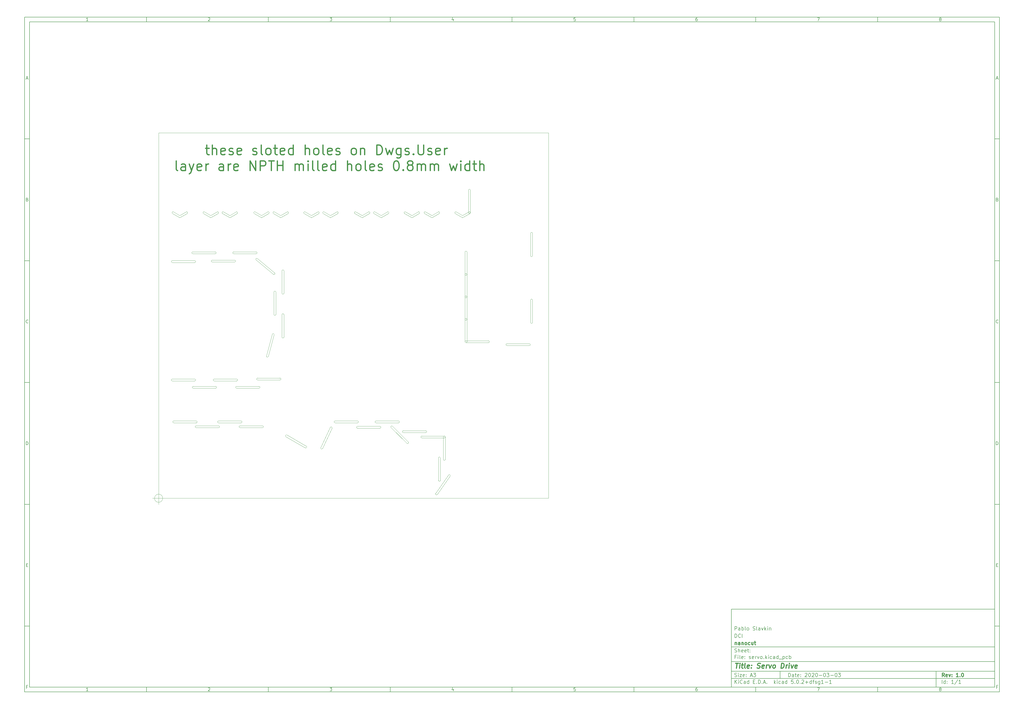
<source format=gbr>
G04 #@! TF.GenerationSoftware,KiCad,Pcbnew,5.0.2+dfsg1-1*
G04 #@! TF.CreationDate,2020-03-23T02:38:38-03:00*
G04 #@! TF.ProjectId,servo,73657276-6f2e-46b6-9963-61645f706362,1.0*
G04 #@! TF.SameCoordinates,Original*
G04 #@! TF.FileFunction,Drawing*
%FSLAX46Y46*%
G04 Gerber Fmt 4.6, Leading zero omitted, Abs format (unit mm)*
G04 Created by KiCad (PCBNEW 5.0.2+dfsg1-1) date Mon 23 Mar 2020 02:38:38 AM -03*
%MOMM*%
%LPD*%
G01*
G04 APERTURE LIST*
%ADD10C,0.100000*%
%ADD11C,0.150000*%
%ADD12C,0.300000*%
%ADD13C,0.400000*%
%ADD14C,0.500000*%
%ADD15C,0.010000*%
G04 APERTURE END LIST*
D10*
D11*
X299989000Y-253002200D02*
X299989000Y-285002200D01*
X407989000Y-285002200D01*
X407989000Y-253002200D01*
X299989000Y-253002200D01*
D10*
D11*
X10000000Y-10000000D02*
X10000000Y-287002200D01*
X409989000Y-287002200D01*
X409989000Y-10000000D01*
X10000000Y-10000000D01*
D10*
D11*
X12000000Y-12000000D02*
X12000000Y-285002200D01*
X407989000Y-285002200D01*
X407989000Y-12000000D01*
X12000000Y-12000000D01*
D10*
D11*
X60000000Y-12000000D02*
X60000000Y-10000000D01*
D10*
D11*
X110000000Y-12000000D02*
X110000000Y-10000000D01*
D10*
D11*
X160000000Y-12000000D02*
X160000000Y-10000000D01*
D10*
D11*
X210000000Y-12000000D02*
X210000000Y-10000000D01*
D10*
D11*
X260000000Y-12000000D02*
X260000000Y-10000000D01*
D10*
D11*
X310000000Y-12000000D02*
X310000000Y-10000000D01*
D10*
D11*
X360000000Y-12000000D02*
X360000000Y-10000000D01*
D10*
D11*
X36065476Y-11588095D02*
X35322619Y-11588095D01*
X35694047Y-11588095D02*
X35694047Y-10288095D01*
X35570238Y-10473809D01*
X35446428Y-10597619D01*
X35322619Y-10659523D01*
D10*
D11*
X85322619Y-10411904D02*
X85384523Y-10350000D01*
X85508333Y-10288095D01*
X85817857Y-10288095D01*
X85941666Y-10350000D01*
X86003571Y-10411904D01*
X86065476Y-10535714D01*
X86065476Y-10659523D01*
X86003571Y-10845238D01*
X85260714Y-11588095D01*
X86065476Y-11588095D01*
D10*
D11*
X135260714Y-10288095D02*
X136065476Y-10288095D01*
X135632142Y-10783333D01*
X135817857Y-10783333D01*
X135941666Y-10845238D01*
X136003571Y-10907142D01*
X136065476Y-11030952D01*
X136065476Y-11340476D01*
X136003571Y-11464285D01*
X135941666Y-11526190D01*
X135817857Y-11588095D01*
X135446428Y-11588095D01*
X135322619Y-11526190D01*
X135260714Y-11464285D01*
D10*
D11*
X185941666Y-10721428D02*
X185941666Y-11588095D01*
X185632142Y-10226190D02*
X185322619Y-11154761D01*
X186127380Y-11154761D01*
D10*
D11*
X236003571Y-10288095D02*
X235384523Y-10288095D01*
X235322619Y-10907142D01*
X235384523Y-10845238D01*
X235508333Y-10783333D01*
X235817857Y-10783333D01*
X235941666Y-10845238D01*
X236003571Y-10907142D01*
X236065476Y-11030952D01*
X236065476Y-11340476D01*
X236003571Y-11464285D01*
X235941666Y-11526190D01*
X235817857Y-11588095D01*
X235508333Y-11588095D01*
X235384523Y-11526190D01*
X235322619Y-11464285D01*
D10*
D11*
X285941666Y-10288095D02*
X285694047Y-10288095D01*
X285570238Y-10350000D01*
X285508333Y-10411904D01*
X285384523Y-10597619D01*
X285322619Y-10845238D01*
X285322619Y-11340476D01*
X285384523Y-11464285D01*
X285446428Y-11526190D01*
X285570238Y-11588095D01*
X285817857Y-11588095D01*
X285941666Y-11526190D01*
X286003571Y-11464285D01*
X286065476Y-11340476D01*
X286065476Y-11030952D01*
X286003571Y-10907142D01*
X285941666Y-10845238D01*
X285817857Y-10783333D01*
X285570238Y-10783333D01*
X285446428Y-10845238D01*
X285384523Y-10907142D01*
X285322619Y-11030952D01*
D10*
D11*
X335260714Y-10288095D02*
X336127380Y-10288095D01*
X335570238Y-11588095D01*
D10*
D11*
X385570238Y-10845238D02*
X385446428Y-10783333D01*
X385384523Y-10721428D01*
X385322619Y-10597619D01*
X385322619Y-10535714D01*
X385384523Y-10411904D01*
X385446428Y-10350000D01*
X385570238Y-10288095D01*
X385817857Y-10288095D01*
X385941666Y-10350000D01*
X386003571Y-10411904D01*
X386065476Y-10535714D01*
X386065476Y-10597619D01*
X386003571Y-10721428D01*
X385941666Y-10783333D01*
X385817857Y-10845238D01*
X385570238Y-10845238D01*
X385446428Y-10907142D01*
X385384523Y-10969047D01*
X385322619Y-11092857D01*
X385322619Y-11340476D01*
X385384523Y-11464285D01*
X385446428Y-11526190D01*
X385570238Y-11588095D01*
X385817857Y-11588095D01*
X385941666Y-11526190D01*
X386003571Y-11464285D01*
X386065476Y-11340476D01*
X386065476Y-11092857D01*
X386003571Y-10969047D01*
X385941666Y-10907142D01*
X385817857Y-10845238D01*
D10*
D11*
X60000000Y-285002200D02*
X60000000Y-287002200D01*
D10*
D11*
X110000000Y-285002200D02*
X110000000Y-287002200D01*
D10*
D11*
X160000000Y-285002200D02*
X160000000Y-287002200D01*
D10*
D11*
X210000000Y-285002200D02*
X210000000Y-287002200D01*
D10*
D11*
X260000000Y-285002200D02*
X260000000Y-287002200D01*
D10*
D11*
X310000000Y-285002200D02*
X310000000Y-287002200D01*
D10*
D11*
X360000000Y-285002200D02*
X360000000Y-287002200D01*
D10*
D11*
X36065476Y-286590295D02*
X35322619Y-286590295D01*
X35694047Y-286590295D02*
X35694047Y-285290295D01*
X35570238Y-285476009D01*
X35446428Y-285599819D01*
X35322619Y-285661723D01*
D10*
D11*
X85322619Y-285414104D02*
X85384523Y-285352200D01*
X85508333Y-285290295D01*
X85817857Y-285290295D01*
X85941666Y-285352200D01*
X86003571Y-285414104D01*
X86065476Y-285537914D01*
X86065476Y-285661723D01*
X86003571Y-285847438D01*
X85260714Y-286590295D01*
X86065476Y-286590295D01*
D10*
D11*
X135260714Y-285290295D02*
X136065476Y-285290295D01*
X135632142Y-285785533D01*
X135817857Y-285785533D01*
X135941666Y-285847438D01*
X136003571Y-285909342D01*
X136065476Y-286033152D01*
X136065476Y-286342676D01*
X136003571Y-286466485D01*
X135941666Y-286528390D01*
X135817857Y-286590295D01*
X135446428Y-286590295D01*
X135322619Y-286528390D01*
X135260714Y-286466485D01*
D10*
D11*
X185941666Y-285723628D02*
X185941666Y-286590295D01*
X185632142Y-285228390D02*
X185322619Y-286156961D01*
X186127380Y-286156961D01*
D10*
D11*
X236003571Y-285290295D02*
X235384523Y-285290295D01*
X235322619Y-285909342D01*
X235384523Y-285847438D01*
X235508333Y-285785533D01*
X235817857Y-285785533D01*
X235941666Y-285847438D01*
X236003571Y-285909342D01*
X236065476Y-286033152D01*
X236065476Y-286342676D01*
X236003571Y-286466485D01*
X235941666Y-286528390D01*
X235817857Y-286590295D01*
X235508333Y-286590295D01*
X235384523Y-286528390D01*
X235322619Y-286466485D01*
D10*
D11*
X285941666Y-285290295D02*
X285694047Y-285290295D01*
X285570238Y-285352200D01*
X285508333Y-285414104D01*
X285384523Y-285599819D01*
X285322619Y-285847438D01*
X285322619Y-286342676D01*
X285384523Y-286466485D01*
X285446428Y-286528390D01*
X285570238Y-286590295D01*
X285817857Y-286590295D01*
X285941666Y-286528390D01*
X286003571Y-286466485D01*
X286065476Y-286342676D01*
X286065476Y-286033152D01*
X286003571Y-285909342D01*
X285941666Y-285847438D01*
X285817857Y-285785533D01*
X285570238Y-285785533D01*
X285446428Y-285847438D01*
X285384523Y-285909342D01*
X285322619Y-286033152D01*
D10*
D11*
X335260714Y-285290295D02*
X336127380Y-285290295D01*
X335570238Y-286590295D01*
D10*
D11*
X385570238Y-285847438D02*
X385446428Y-285785533D01*
X385384523Y-285723628D01*
X385322619Y-285599819D01*
X385322619Y-285537914D01*
X385384523Y-285414104D01*
X385446428Y-285352200D01*
X385570238Y-285290295D01*
X385817857Y-285290295D01*
X385941666Y-285352200D01*
X386003571Y-285414104D01*
X386065476Y-285537914D01*
X386065476Y-285599819D01*
X386003571Y-285723628D01*
X385941666Y-285785533D01*
X385817857Y-285847438D01*
X385570238Y-285847438D01*
X385446428Y-285909342D01*
X385384523Y-285971247D01*
X385322619Y-286095057D01*
X385322619Y-286342676D01*
X385384523Y-286466485D01*
X385446428Y-286528390D01*
X385570238Y-286590295D01*
X385817857Y-286590295D01*
X385941666Y-286528390D01*
X386003571Y-286466485D01*
X386065476Y-286342676D01*
X386065476Y-286095057D01*
X386003571Y-285971247D01*
X385941666Y-285909342D01*
X385817857Y-285847438D01*
D10*
D11*
X10000000Y-60000000D02*
X12000000Y-60000000D01*
D10*
D11*
X10000000Y-110000000D02*
X12000000Y-110000000D01*
D10*
D11*
X10000000Y-160000000D02*
X12000000Y-160000000D01*
D10*
D11*
X10000000Y-210000000D02*
X12000000Y-210000000D01*
D10*
D11*
X10000000Y-260000000D02*
X12000000Y-260000000D01*
D10*
D11*
X10690476Y-35216666D02*
X11309523Y-35216666D01*
X10566666Y-35588095D02*
X11000000Y-34288095D01*
X11433333Y-35588095D01*
D10*
D11*
X11092857Y-84907142D02*
X11278571Y-84969047D01*
X11340476Y-85030952D01*
X11402380Y-85154761D01*
X11402380Y-85340476D01*
X11340476Y-85464285D01*
X11278571Y-85526190D01*
X11154761Y-85588095D01*
X10659523Y-85588095D01*
X10659523Y-84288095D01*
X11092857Y-84288095D01*
X11216666Y-84350000D01*
X11278571Y-84411904D01*
X11340476Y-84535714D01*
X11340476Y-84659523D01*
X11278571Y-84783333D01*
X11216666Y-84845238D01*
X11092857Y-84907142D01*
X10659523Y-84907142D01*
D10*
D11*
X11402380Y-135464285D02*
X11340476Y-135526190D01*
X11154761Y-135588095D01*
X11030952Y-135588095D01*
X10845238Y-135526190D01*
X10721428Y-135402380D01*
X10659523Y-135278571D01*
X10597619Y-135030952D01*
X10597619Y-134845238D01*
X10659523Y-134597619D01*
X10721428Y-134473809D01*
X10845238Y-134350000D01*
X11030952Y-134288095D01*
X11154761Y-134288095D01*
X11340476Y-134350000D01*
X11402380Y-134411904D01*
D10*
D11*
X10659523Y-185588095D02*
X10659523Y-184288095D01*
X10969047Y-184288095D01*
X11154761Y-184350000D01*
X11278571Y-184473809D01*
X11340476Y-184597619D01*
X11402380Y-184845238D01*
X11402380Y-185030952D01*
X11340476Y-185278571D01*
X11278571Y-185402380D01*
X11154761Y-185526190D01*
X10969047Y-185588095D01*
X10659523Y-185588095D01*
D10*
D11*
X10721428Y-234907142D02*
X11154761Y-234907142D01*
X11340476Y-235588095D02*
X10721428Y-235588095D01*
X10721428Y-234288095D01*
X11340476Y-234288095D01*
D10*
D11*
X11185714Y-284907142D02*
X10752380Y-284907142D01*
X10752380Y-285588095D02*
X10752380Y-284288095D01*
X11371428Y-284288095D01*
D10*
D11*
X409989000Y-60000000D02*
X407989000Y-60000000D01*
D10*
D11*
X409989000Y-110000000D02*
X407989000Y-110000000D01*
D10*
D11*
X409989000Y-160000000D02*
X407989000Y-160000000D01*
D10*
D11*
X409989000Y-210000000D02*
X407989000Y-210000000D01*
D10*
D11*
X409989000Y-260000000D02*
X407989000Y-260000000D01*
D10*
D11*
X408679476Y-35216666D02*
X409298523Y-35216666D01*
X408555666Y-35588095D02*
X408989000Y-34288095D01*
X409422333Y-35588095D01*
D10*
D11*
X409081857Y-84907142D02*
X409267571Y-84969047D01*
X409329476Y-85030952D01*
X409391380Y-85154761D01*
X409391380Y-85340476D01*
X409329476Y-85464285D01*
X409267571Y-85526190D01*
X409143761Y-85588095D01*
X408648523Y-85588095D01*
X408648523Y-84288095D01*
X409081857Y-84288095D01*
X409205666Y-84350000D01*
X409267571Y-84411904D01*
X409329476Y-84535714D01*
X409329476Y-84659523D01*
X409267571Y-84783333D01*
X409205666Y-84845238D01*
X409081857Y-84907142D01*
X408648523Y-84907142D01*
D10*
D11*
X409391380Y-135464285D02*
X409329476Y-135526190D01*
X409143761Y-135588095D01*
X409019952Y-135588095D01*
X408834238Y-135526190D01*
X408710428Y-135402380D01*
X408648523Y-135278571D01*
X408586619Y-135030952D01*
X408586619Y-134845238D01*
X408648523Y-134597619D01*
X408710428Y-134473809D01*
X408834238Y-134350000D01*
X409019952Y-134288095D01*
X409143761Y-134288095D01*
X409329476Y-134350000D01*
X409391380Y-134411904D01*
D10*
D11*
X408648523Y-185588095D02*
X408648523Y-184288095D01*
X408958047Y-184288095D01*
X409143761Y-184350000D01*
X409267571Y-184473809D01*
X409329476Y-184597619D01*
X409391380Y-184845238D01*
X409391380Y-185030952D01*
X409329476Y-185278571D01*
X409267571Y-185402380D01*
X409143761Y-185526190D01*
X408958047Y-185588095D01*
X408648523Y-185588095D01*
D10*
D11*
X408710428Y-234907142D02*
X409143761Y-234907142D01*
X409329476Y-235588095D02*
X408710428Y-235588095D01*
X408710428Y-234288095D01*
X409329476Y-234288095D01*
D10*
D11*
X409174714Y-284907142D02*
X408741380Y-284907142D01*
X408741380Y-285588095D02*
X408741380Y-284288095D01*
X409360428Y-284288095D01*
D10*
D11*
X323421142Y-280780771D02*
X323421142Y-279280771D01*
X323778285Y-279280771D01*
X323992571Y-279352200D01*
X324135428Y-279495057D01*
X324206857Y-279637914D01*
X324278285Y-279923628D01*
X324278285Y-280137914D01*
X324206857Y-280423628D01*
X324135428Y-280566485D01*
X323992571Y-280709342D01*
X323778285Y-280780771D01*
X323421142Y-280780771D01*
X325564000Y-280780771D02*
X325564000Y-279995057D01*
X325492571Y-279852200D01*
X325349714Y-279780771D01*
X325064000Y-279780771D01*
X324921142Y-279852200D01*
X325564000Y-280709342D02*
X325421142Y-280780771D01*
X325064000Y-280780771D01*
X324921142Y-280709342D01*
X324849714Y-280566485D01*
X324849714Y-280423628D01*
X324921142Y-280280771D01*
X325064000Y-280209342D01*
X325421142Y-280209342D01*
X325564000Y-280137914D01*
X326064000Y-279780771D02*
X326635428Y-279780771D01*
X326278285Y-279280771D02*
X326278285Y-280566485D01*
X326349714Y-280709342D01*
X326492571Y-280780771D01*
X326635428Y-280780771D01*
X327706857Y-280709342D02*
X327564000Y-280780771D01*
X327278285Y-280780771D01*
X327135428Y-280709342D01*
X327064000Y-280566485D01*
X327064000Y-279995057D01*
X327135428Y-279852200D01*
X327278285Y-279780771D01*
X327564000Y-279780771D01*
X327706857Y-279852200D01*
X327778285Y-279995057D01*
X327778285Y-280137914D01*
X327064000Y-280280771D01*
X328421142Y-280637914D02*
X328492571Y-280709342D01*
X328421142Y-280780771D01*
X328349714Y-280709342D01*
X328421142Y-280637914D01*
X328421142Y-280780771D01*
X328421142Y-279852200D02*
X328492571Y-279923628D01*
X328421142Y-279995057D01*
X328349714Y-279923628D01*
X328421142Y-279852200D01*
X328421142Y-279995057D01*
X330206857Y-279423628D02*
X330278285Y-279352200D01*
X330421142Y-279280771D01*
X330778285Y-279280771D01*
X330921142Y-279352200D01*
X330992571Y-279423628D01*
X331064000Y-279566485D01*
X331064000Y-279709342D01*
X330992571Y-279923628D01*
X330135428Y-280780771D01*
X331064000Y-280780771D01*
X331992571Y-279280771D02*
X332135428Y-279280771D01*
X332278285Y-279352200D01*
X332349714Y-279423628D01*
X332421142Y-279566485D01*
X332492571Y-279852200D01*
X332492571Y-280209342D01*
X332421142Y-280495057D01*
X332349714Y-280637914D01*
X332278285Y-280709342D01*
X332135428Y-280780771D01*
X331992571Y-280780771D01*
X331849714Y-280709342D01*
X331778285Y-280637914D01*
X331706857Y-280495057D01*
X331635428Y-280209342D01*
X331635428Y-279852200D01*
X331706857Y-279566485D01*
X331778285Y-279423628D01*
X331849714Y-279352200D01*
X331992571Y-279280771D01*
X333064000Y-279423628D02*
X333135428Y-279352200D01*
X333278285Y-279280771D01*
X333635428Y-279280771D01*
X333778285Y-279352200D01*
X333849714Y-279423628D01*
X333921142Y-279566485D01*
X333921142Y-279709342D01*
X333849714Y-279923628D01*
X332992571Y-280780771D01*
X333921142Y-280780771D01*
X334849714Y-279280771D02*
X334992571Y-279280771D01*
X335135428Y-279352200D01*
X335206857Y-279423628D01*
X335278285Y-279566485D01*
X335349714Y-279852200D01*
X335349714Y-280209342D01*
X335278285Y-280495057D01*
X335206857Y-280637914D01*
X335135428Y-280709342D01*
X334992571Y-280780771D01*
X334849714Y-280780771D01*
X334706857Y-280709342D01*
X334635428Y-280637914D01*
X334564000Y-280495057D01*
X334492571Y-280209342D01*
X334492571Y-279852200D01*
X334564000Y-279566485D01*
X334635428Y-279423628D01*
X334706857Y-279352200D01*
X334849714Y-279280771D01*
X335992571Y-280209342D02*
X337135428Y-280209342D01*
X338135428Y-279280771D02*
X338278285Y-279280771D01*
X338421142Y-279352200D01*
X338492571Y-279423628D01*
X338564000Y-279566485D01*
X338635428Y-279852200D01*
X338635428Y-280209342D01*
X338564000Y-280495057D01*
X338492571Y-280637914D01*
X338421142Y-280709342D01*
X338278285Y-280780771D01*
X338135428Y-280780771D01*
X337992571Y-280709342D01*
X337921142Y-280637914D01*
X337849714Y-280495057D01*
X337778285Y-280209342D01*
X337778285Y-279852200D01*
X337849714Y-279566485D01*
X337921142Y-279423628D01*
X337992571Y-279352200D01*
X338135428Y-279280771D01*
X339135428Y-279280771D02*
X340064000Y-279280771D01*
X339564000Y-279852200D01*
X339778285Y-279852200D01*
X339921142Y-279923628D01*
X339992571Y-279995057D01*
X340064000Y-280137914D01*
X340064000Y-280495057D01*
X339992571Y-280637914D01*
X339921142Y-280709342D01*
X339778285Y-280780771D01*
X339349714Y-280780771D01*
X339206857Y-280709342D01*
X339135428Y-280637914D01*
X340706857Y-280209342D02*
X341849714Y-280209342D01*
X342849714Y-279280771D02*
X342992571Y-279280771D01*
X343135428Y-279352200D01*
X343206857Y-279423628D01*
X343278285Y-279566485D01*
X343349714Y-279852200D01*
X343349714Y-280209342D01*
X343278285Y-280495057D01*
X343206857Y-280637914D01*
X343135428Y-280709342D01*
X342992571Y-280780771D01*
X342849714Y-280780771D01*
X342706857Y-280709342D01*
X342635428Y-280637914D01*
X342564000Y-280495057D01*
X342492571Y-280209342D01*
X342492571Y-279852200D01*
X342564000Y-279566485D01*
X342635428Y-279423628D01*
X342706857Y-279352200D01*
X342849714Y-279280771D01*
X343849714Y-279280771D02*
X344778285Y-279280771D01*
X344278285Y-279852200D01*
X344492571Y-279852200D01*
X344635428Y-279923628D01*
X344706857Y-279995057D01*
X344778285Y-280137914D01*
X344778285Y-280495057D01*
X344706857Y-280637914D01*
X344635428Y-280709342D01*
X344492571Y-280780771D01*
X344064000Y-280780771D01*
X343921142Y-280709342D01*
X343849714Y-280637914D01*
D10*
D11*
X299989000Y-281502200D02*
X407989000Y-281502200D01*
D10*
D11*
X301421142Y-283580771D02*
X301421142Y-282080771D01*
X302278285Y-283580771D02*
X301635428Y-282723628D01*
X302278285Y-282080771D02*
X301421142Y-282937914D01*
X302921142Y-283580771D02*
X302921142Y-282580771D01*
X302921142Y-282080771D02*
X302849714Y-282152200D01*
X302921142Y-282223628D01*
X302992571Y-282152200D01*
X302921142Y-282080771D01*
X302921142Y-282223628D01*
X304492571Y-283437914D02*
X304421142Y-283509342D01*
X304206857Y-283580771D01*
X304064000Y-283580771D01*
X303849714Y-283509342D01*
X303706857Y-283366485D01*
X303635428Y-283223628D01*
X303564000Y-282937914D01*
X303564000Y-282723628D01*
X303635428Y-282437914D01*
X303706857Y-282295057D01*
X303849714Y-282152200D01*
X304064000Y-282080771D01*
X304206857Y-282080771D01*
X304421142Y-282152200D01*
X304492571Y-282223628D01*
X305778285Y-283580771D02*
X305778285Y-282795057D01*
X305706857Y-282652200D01*
X305564000Y-282580771D01*
X305278285Y-282580771D01*
X305135428Y-282652200D01*
X305778285Y-283509342D02*
X305635428Y-283580771D01*
X305278285Y-283580771D01*
X305135428Y-283509342D01*
X305064000Y-283366485D01*
X305064000Y-283223628D01*
X305135428Y-283080771D01*
X305278285Y-283009342D01*
X305635428Y-283009342D01*
X305778285Y-282937914D01*
X307135428Y-283580771D02*
X307135428Y-282080771D01*
X307135428Y-283509342D02*
X306992571Y-283580771D01*
X306706857Y-283580771D01*
X306564000Y-283509342D01*
X306492571Y-283437914D01*
X306421142Y-283295057D01*
X306421142Y-282866485D01*
X306492571Y-282723628D01*
X306564000Y-282652200D01*
X306706857Y-282580771D01*
X306992571Y-282580771D01*
X307135428Y-282652200D01*
X308992571Y-282795057D02*
X309492571Y-282795057D01*
X309706857Y-283580771D02*
X308992571Y-283580771D01*
X308992571Y-282080771D01*
X309706857Y-282080771D01*
X310349714Y-283437914D02*
X310421142Y-283509342D01*
X310349714Y-283580771D01*
X310278285Y-283509342D01*
X310349714Y-283437914D01*
X310349714Y-283580771D01*
X311064000Y-283580771D02*
X311064000Y-282080771D01*
X311421142Y-282080771D01*
X311635428Y-282152200D01*
X311778285Y-282295057D01*
X311849714Y-282437914D01*
X311921142Y-282723628D01*
X311921142Y-282937914D01*
X311849714Y-283223628D01*
X311778285Y-283366485D01*
X311635428Y-283509342D01*
X311421142Y-283580771D01*
X311064000Y-283580771D01*
X312564000Y-283437914D02*
X312635428Y-283509342D01*
X312564000Y-283580771D01*
X312492571Y-283509342D01*
X312564000Y-283437914D01*
X312564000Y-283580771D01*
X313206857Y-283152200D02*
X313921142Y-283152200D01*
X313064000Y-283580771D02*
X313564000Y-282080771D01*
X314064000Y-283580771D01*
X314564000Y-283437914D02*
X314635428Y-283509342D01*
X314564000Y-283580771D01*
X314492571Y-283509342D01*
X314564000Y-283437914D01*
X314564000Y-283580771D01*
X317564000Y-283580771D02*
X317564000Y-282080771D01*
X317706857Y-283009342D02*
X318135428Y-283580771D01*
X318135428Y-282580771D02*
X317564000Y-283152200D01*
X318778285Y-283580771D02*
X318778285Y-282580771D01*
X318778285Y-282080771D02*
X318706857Y-282152200D01*
X318778285Y-282223628D01*
X318849714Y-282152200D01*
X318778285Y-282080771D01*
X318778285Y-282223628D01*
X320135428Y-283509342D02*
X319992571Y-283580771D01*
X319706857Y-283580771D01*
X319564000Y-283509342D01*
X319492571Y-283437914D01*
X319421142Y-283295057D01*
X319421142Y-282866485D01*
X319492571Y-282723628D01*
X319564000Y-282652200D01*
X319706857Y-282580771D01*
X319992571Y-282580771D01*
X320135428Y-282652200D01*
X321421142Y-283580771D02*
X321421142Y-282795057D01*
X321349714Y-282652200D01*
X321206857Y-282580771D01*
X320921142Y-282580771D01*
X320778285Y-282652200D01*
X321421142Y-283509342D02*
X321278285Y-283580771D01*
X320921142Y-283580771D01*
X320778285Y-283509342D01*
X320706857Y-283366485D01*
X320706857Y-283223628D01*
X320778285Y-283080771D01*
X320921142Y-283009342D01*
X321278285Y-283009342D01*
X321421142Y-282937914D01*
X322778285Y-283580771D02*
X322778285Y-282080771D01*
X322778285Y-283509342D02*
X322635428Y-283580771D01*
X322349714Y-283580771D01*
X322206857Y-283509342D01*
X322135428Y-283437914D01*
X322064000Y-283295057D01*
X322064000Y-282866485D01*
X322135428Y-282723628D01*
X322206857Y-282652200D01*
X322349714Y-282580771D01*
X322635428Y-282580771D01*
X322778285Y-282652200D01*
X325349714Y-282080771D02*
X324635428Y-282080771D01*
X324564000Y-282795057D01*
X324635428Y-282723628D01*
X324778285Y-282652200D01*
X325135428Y-282652200D01*
X325278285Y-282723628D01*
X325349714Y-282795057D01*
X325421142Y-282937914D01*
X325421142Y-283295057D01*
X325349714Y-283437914D01*
X325278285Y-283509342D01*
X325135428Y-283580771D01*
X324778285Y-283580771D01*
X324635428Y-283509342D01*
X324564000Y-283437914D01*
X326064000Y-283437914D02*
X326135428Y-283509342D01*
X326064000Y-283580771D01*
X325992571Y-283509342D01*
X326064000Y-283437914D01*
X326064000Y-283580771D01*
X327064000Y-282080771D02*
X327206857Y-282080771D01*
X327349714Y-282152200D01*
X327421142Y-282223628D01*
X327492571Y-282366485D01*
X327564000Y-282652200D01*
X327564000Y-283009342D01*
X327492571Y-283295057D01*
X327421142Y-283437914D01*
X327349714Y-283509342D01*
X327206857Y-283580771D01*
X327064000Y-283580771D01*
X326921142Y-283509342D01*
X326849714Y-283437914D01*
X326778285Y-283295057D01*
X326706857Y-283009342D01*
X326706857Y-282652200D01*
X326778285Y-282366485D01*
X326849714Y-282223628D01*
X326921142Y-282152200D01*
X327064000Y-282080771D01*
X328206857Y-283437914D02*
X328278285Y-283509342D01*
X328206857Y-283580771D01*
X328135428Y-283509342D01*
X328206857Y-283437914D01*
X328206857Y-283580771D01*
X328849714Y-282223628D02*
X328921142Y-282152200D01*
X329064000Y-282080771D01*
X329421142Y-282080771D01*
X329564000Y-282152200D01*
X329635428Y-282223628D01*
X329706857Y-282366485D01*
X329706857Y-282509342D01*
X329635428Y-282723628D01*
X328778285Y-283580771D01*
X329706857Y-283580771D01*
X330349714Y-283009342D02*
X331492571Y-283009342D01*
X330921142Y-283580771D02*
X330921142Y-282437914D01*
X332849714Y-283580771D02*
X332849714Y-282080771D01*
X332849714Y-283509342D02*
X332706857Y-283580771D01*
X332421142Y-283580771D01*
X332278285Y-283509342D01*
X332206857Y-283437914D01*
X332135428Y-283295057D01*
X332135428Y-282866485D01*
X332206857Y-282723628D01*
X332278285Y-282652200D01*
X332421142Y-282580771D01*
X332706857Y-282580771D01*
X332849714Y-282652200D01*
X333349714Y-282580771D02*
X333921142Y-282580771D01*
X333564000Y-283580771D02*
X333564000Y-282295057D01*
X333635428Y-282152200D01*
X333778285Y-282080771D01*
X333921142Y-282080771D01*
X334349714Y-283509342D02*
X334492571Y-283580771D01*
X334778285Y-283580771D01*
X334921142Y-283509342D01*
X334992571Y-283366485D01*
X334992571Y-283295057D01*
X334921142Y-283152200D01*
X334778285Y-283080771D01*
X334564000Y-283080771D01*
X334421142Y-283009342D01*
X334349714Y-282866485D01*
X334349714Y-282795057D01*
X334421142Y-282652200D01*
X334564000Y-282580771D01*
X334778285Y-282580771D01*
X334921142Y-282652200D01*
X336278285Y-282580771D02*
X336278285Y-283795057D01*
X336206857Y-283937914D01*
X336135428Y-284009342D01*
X335992571Y-284080771D01*
X335778285Y-284080771D01*
X335635428Y-284009342D01*
X336278285Y-283509342D02*
X336135428Y-283580771D01*
X335849714Y-283580771D01*
X335706857Y-283509342D01*
X335635428Y-283437914D01*
X335564000Y-283295057D01*
X335564000Y-282866485D01*
X335635428Y-282723628D01*
X335706857Y-282652200D01*
X335849714Y-282580771D01*
X336135428Y-282580771D01*
X336278285Y-282652200D01*
X337778285Y-283580771D02*
X336921142Y-283580771D01*
X337349714Y-283580771D02*
X337349714Y-282080771D01*
X337206857Y-282295057D01*
X337064000Y-282437914D01*
X336921142Y-282509342D01*
X338421142Y-283009342D02*
X339564000Y-283009342D01*
X341064000Y-283580771D02*
X340206857Y-283580771D01*
X340635428Y-283580771D02*
X340635428Y-282080771D01*
X340492571Y-282295057D01*
X340349714Y-282437914D01*
X340206857Y-282509342D01*
D10*
D11*
X299989000Y-278502200D02*
X407989000Y-278502200D01*
D10*
D12*
X387398285Y-280780771D02*
X386898285Y-280066485D01*
X386541142Y-280780771D02*
X386541142Y-279280771D01*
X387112571Y-279280771D01*
X387255428Y-279352200D01*
X387326857Y-279423628D01*
X387398285Y-279566485D01*
X387398285Y-279780771D01*
X387326857Y-279923628D01*
X387255428Y-279995057D01*
X387112571Y-280066485D01*
X386541142Y-280066485D01*
X388612571Y-280709342D02*
X388469714Y-280780771D01*
X388184000Y-280780771D01*
X388041142Y-280709342D01*
X387969714Y-280566485D01*
X387969714Y-279995057D01*
X388041142Y-279852200D01*
X388184000Y-279780771D01*
X388469714Y-279780771D01*
X388612571Y-279852200D01*
X388684000Y-279995057D01*
X388684000Y-280137914D01*
X387969714Y-280280771D01*
X389184000Y-279780771D02*
X389541142Y-280780771D01*
X389898285Y-279780771D01*
X390469714Y-280637914D02*
X390541142Y-280709342D01*
X390469714Y-280780771D01*
X390398285Y-280709342D01*
X390469714Y-280637914D01*
X390469714Y-280780771D01*
X390469714Y-279852200D02*
X390541142Y-279923628D01*
X390469714Y-279995057D01*
X390398285Y-279923628D01*
X390469714Y-279852200D01*
X390469714Y-279995057D01*
X393112571Y-280780771D02*
X392255428Y-280780771D01*
X392684000Y-280780771D02*
X392684000Y-279280771D01*
X392541142Y-279495057D01*
X392398285Y-279637914D01*
X392255428Y-279709342D01*
X393755428Y-280637914D02*
X393826857Y-280709342D01*
X393755428Y-280780771D01*
X393684000Y-280709342D01*
X393755428Y-280637914D01*
X393755428Y-280780771D01*
X394755428Y-279280771D02*
X394898285Y-279280771D01*
X395041142Y-279352200D01*
X395112571Y-279423628D01*
X395184000Y-279566485D01*
X395255428Y-279852200D01*
X395255428Y-280209342D01*
X395184000Y-280495057D01*
X395112571Y-280637914D01*
X395041142Y-280709342D01*
X394898285Y-280780771D01*
X394755428Y-280780771D01*
X394612571Y-280709342D01*
X394541142Y-280637914D01*
X394469714Y-280495057D01*
X394398285Y-280209342D01*
X394398285Y-279852200D01*
X394469714Y-279566485D01*
X394541142Y-279423628D01*
X394612571Y-279352200D01*
X394755428Y-279280771D01*
D10*
D11*
X301349714Y-280709342D02*
X301564000Y-280780771D01*
X301921142Y-280780771D01*
X302064000Y-280709342D01*
X302135428Y-280637914D01*
X302206857Y-280495057D01*
X302206857Y-280352200D01*
X302135428Y-280209342D01*
X302064000Y-280137914D01*
X301921142Y-280066485D01*
X301635428Y-279995057D01*
X301492571Y-279923628D01*
X301421142Y-279852200D01*
X301349714Y-279709342D01*
X301349714Y-279566485D01*
X301421142Y-279423628D01*
X301492571Y-279352200D01*
X301635428Y-279280771D01*
X301992571Y-279280771D01*
X302206857Y-279352200D01*
X302849714Y-280780771D02*
X302849714Y-279780771D01*
X302849714Y-279280771D02*
X302778285Y-279352200D01*
X302849714Y-279423628D01*
X302921142Y-279352200D01*
X302849714Y-279280771D01*
X302849714Y-279423628D01*
X303421142Y-279780771D02*
X304206857Y-279780771D01*
X303421142Y-280780771D01*
X304206857Y-280780771D01*
X305349714Y-280709342D02*
X305206857Y-280780771D01*
X304921142Y-280780771D01*
X304778285Y-280709342D01*
X304706857Y-280566485D01*
X304706857Y-279995057D01*
X304778285Y-279852200D01*
X304921142Y-279780771D01*
X305206857Y-279780771D01*
X305349714Y-279852200D01*
X305421142Y-279995057D01*
X305421142Y-280137914D01*
X304706857Y-280280771D01*
X306064000Y-280637914D02*
X306135428Y-280709342D01*
X306064000Y-280780771D01*
X305992571Y-280709342D01*
X306064000Y-280637914D01*
X306064000Y-280780771D01*
X306064000Y-279852200D02*
X306135428Y-279923628D01*
X306064000Y-279995057D01*
X305992571Y-279923628D01*
X306064000Y-279852200D01*
X306064000Y-279995057D01*
X307849714Y-280352200D02*
X308564000Y-280352200D01*
X307706857Y-280780771D02*
X308206857Y-279280771D01*
X308706857Y-280780771D01*
X309064000Y-279280771D02*
X309992571Y-279280771D01*
X309492571Y-279852200D01*
X309706857Y-279852200D01*
X309849714Y-279923628D01*
X309921142Y-279995057D01*
X309992571Y-280137914D01*
X309992571Y-280495057D01*
X309921142Y-280637914D01*
X309849714Y-280709342D01*
X309706857Y-280780771D01*
X309278285Y-280780771D01*
X309135428Y-280709342D01*
X309064000Y-280637914D01*
D10*
D11*
X386421142Y-283580771D02*
X386421142Y-282080771D01*
X387778285Y-283580771D02*
X387778285Y-282080771D01*
X387778285Y-283509342D02*
X387635428Y-283580771D01*
X387349714Y-283580771D01*
X387206857Y-283509342D01*
X387135428Y-283437914D01*
X387064000Y-283295057D01*
X387064000Y-282866485D01*
X387135428Y-282723628D01*
X387206857Y-282652200D01*
X387349714Y-282580771D01*
X387635428Y-282580771D01*
X387778285Y-282652200D01*
X388492571Y-283437914D02*
X388564000Y-283509342D01*
X388492571Y-283580771D01*
X388421142Y-283509342D01*
X388492571Y-283437914D01*
X388492571Y-283580771D01*
X388492571Y-282652200D02*
X388564000Y-282723628D01*
X388492571Y-282795057D01*
X388421142Y-282723628D01*
X388492571Y-282652200D01*
X388492571Y-282795057D01*
X391135428Y-283580771D02*
X390278285Y-283580771D01*
X390706857Y-283580771D02*
X390706857Y-282080771D01*
X390564000Y-282295057D01*
X390421142Y-282437914D01*
X390278285Y-282509342D01*
X392849714Y-282009342D02*
X391564000Y-283937914D01*
X394135428Y-283580771D02*
X393278285Y-283580771D01*
X393706857Y-283580771D02*
X393706857Y-282080771D01*
X393564000Y-282295057D01*
X393421142Y-282437914D01*
X393278285Y-282509342D01*
D10*
D11*
X299989000Y-274502200D02*
X407989000Y-274502200D01*
D10*
D13*
X301701380Y-275206961D02*
X302844238Y-275206961D01*
X302022809Y-277206961D02*
X302272809Y-275206961D01*
X303260904Y-277206961D02*
X303427571Y-275873628D01*
X303510904Y-275206961D02*
X303403761Y-275302200D01*
X303487095Y-275397438D01*
X303594238Y-275302200D01*
X303510904Y-275206961D01*
X303487095Y-275397438D01*
X304094238Y-275873628D02*
X304856142Y-275873628D01*
X304463285Y-275206961D02*
X304249000Y-276921247D01*
X304320428Y-277111723D01*
X304499000Y-277206961D01*
X304689476Y-277206961D01*
X305641857Y-277206961D02*
X305463285Y-277111723D01*
X305391857Y-276921247D01*
X305606142Y-275206961D01*
X307177571Y-277111723D02*
X306975190Y-277206961D01*
X306594238Y-277206961D01*
X306415666Y-277111723D01*
X306344238Y-276921247D01*
X306439476Y-276159342D01*
X306558523Y-275968866D01*
X306760904Y-275873628D01*
X307141857Y-275873628D01*
X307320428Y-275968866D01*
X307391857Y-276159342D01*
X307368047Y-276349819D01*
X306391857Y-276540295D01*
X308141857Y-277016485D02*
X308225190Y-277111723D01*
X308118047Y-277206961D01*
X308034714Y-277111723D01*
X308141857Y-277016485D01*
X308118047Y-277206961D01*
X308272809Y-275968866D02*
X308356142Y-276064104D01*
X308249000Y-276159342D01*
X308165666Y-276064104D01*
X308272809Y-275968866D01*
X308249000Y-276159342D01*
X310510904Y-277111723D02*
X310784714Y-277206961D01*
X311260904Y-277206961D01*
X311463285Y-277111723D01*
X311570428Y-277016485D01*
X311689476Y-276826009D01*
X311713285Y-276635533D01*
X311641857Y-276445057D01*
X311558523Y-276349819D01*
X311379952Y-276254580D01*
X311010904Y-276159342D01*
X310832333Y-276064104D01*
X310749000Y-275968866D01*
X310677571Y-275778390D01*
X310701380Y-275587914D01*
X310820428Y-275397438D01*
X310927571Y-275302200D01*
X311129952Y-275206961D01*
X311606142Y-275206961D01*
X311879952Y-275302200D01*
X313272809Y-277111723D02*
X313070428Y-277206961D01*
X312689476Y-277206961D01*
X312510904Y-277111723D01*
X312439476Y-276921247D01*
X312534714Y-276159342D01*
X312653761Y-275968866D01*
X312856142Y-275873628D01*
X313237095Y-275873628D01*
X313415666Y-275968866D01*
X313487095Y-276159342D01*
X313463285Y-276349819D01*
X312487095Y-276540295D01*
X314213285Y-277206961D02*
X314379952Y-275873628D01*
X314332333Y-276254580D02*
X314451380Y-276064104D01*
X314558523Y-275968866D01*
X314760904Y-275873628D01*
X314951380Y-275873628D01*
X315427571Y-275873628D02*
X315737095Y-277206961D01*
X316379952Y-275873628D01*
X317260904Y-277206961D02*
X317082333Y-277111723D01*
X316999000Y-277016485D01*
X316927571Y-276826009D01*
X316999000Y-276254580D01*
X317118047Y-276064104D01*
X317225190Y-275968866D01*
X317427571Y-275873628D01*
X317713285Y-275873628D01*
X317891857Y-275968866D01*
X317975190Y-276064104D01*
X318046619Y-276254580D01*
X317975190Y-276826009D01*
X317856142Y-277016485D01*
X317749000Y-277111723D01*
X317546619Y-277206961D01*
X317260904Y-277206961D01*
X320308523Y-277206961D02*
X320558523Y-275206961D01*
X321034714Y-275206961D01*
X321308523Y-275302200D01*
X321475190Y-275492676D01*
X321546619Y-275683152D01*
X321594238Y-276064104D01*
X321558523Y-276349819D01*
X321415666Y-276730771D01*
X321296619Y-276921247D01*
X321082333Y-277111723D01*
X320784714Y-277206961D01*
X320308523Y-277206961D01*
X322308523Y-277206961D02*
X322475190Y-275873628D01*
X322427571Y-276254580D02*
X322546619Y-276064104D01*
X322653761Y-275968866D01*
X322856142Y-275873628D01*
X323046619Y-275873628D01*
X323546619Y-277206961D02*
X323713285Y-275873628D01*
X323796619Y-275206961D02*
X323689476Y-275302200D01*
X323772809Y-275397438D01*
X323879952Y-275302200D01*
X323796619Y-275206961D01*
X323772809Y-275397438D01*
X324475190Y-275873628D02*
X324784714Y-277206961D01*
X325427571Y-275873628D01*
X326796619Y-277111723D02*
X326594238Y-277206961D01*
X326213285Y-277206961D01*
X326034714Y-277111723D01*
X325963285Y-276921247D01*
X326058523Y-276159342D01*
X326177571Y-275968866D01*
X326379952Y-275873628D01*
X326760904Y-275873628D01*
X326939476Y-275968866D01*
X327010904Y-276159342D01*
X326987095Y-276349819D01*
X326010904Y-276540295D01*
D10*
D11*
X301921142Y-272595057D02*
X301421142Y-272595057D01*
X301421142Y-273380771D02*
X301421142Y-271880771D01*
X302135428Y-271880771D01*
X302706857Y-273380771D02*
X302706857Y-272380771D01*
X302706857Y-271880771D02*
X302635428Y-271952200D01*
X302706857Y-272023628D01*
X302778285Y-271952200D01*
X302706857Y-271880771D01*
X302706857Y-272023628D01*
X303635428Y-273380771D02*
X303492571Y-273309342D01*
X303421142Y-273166485D01*
X303421142Y-271880771D01*
X304778285Y-273309342D02*
X304635428Y-273380771D01*
X304349714Y-273380771D01*
X304206857Y-273309342D01*
X304135428Y-273166485D01*
X304135428Y-272595057D01*
X304206857Y-272452200D01*
X304349714Y-272380771D01*
X304635428Y-272380771D01*
X304778285Y-272452200D01*
X304849714Y-272595057D01*
X304849714Y-272737914D01*
X304135428Y-272880771D01*
X305492571Y-273237914D02*
X305564000Y-273309342D01*
X305492571Y-273380771D01*
X305421142Y-273309342D01*
X305492571Y-273237914D01*
X305492571Y-273380771D01*
X305492571Y-272452200D02*
X305564000Y-272523628D01*
X305492571Y-272595057D01*
X305421142Y-272523628D01*
X305492571Y-272452200D01*
X305492571Y-272595057D01*
X307278285Y-273309342D02*
X307421142Y-273380771D01*
X307706857Y-273380771D01*
X307849714Y-273309342D01*
X307921142Y-273166485D01*
X307921142Y-273095057D01*
X307849714Y-272952200D01*
X307706857Y-272880771D01*
X307492571Y-272880771D01*
X307349714Y-272809342D01*
X307278285Y-272666485D01*
X307278285Y-272595057D01*
X307349714Y-272452200D01*
X307492571Y-272380771D01*
X307706857Y-272380771D01*
X307849714Y-272452200D01*
X309135428Y-273309342D02*
X308992571Y-273380771D01*
X308706857Y-273380771D01*
X308564000Y-273309342D01*
X308492571Y-273166485D01*
X308492571Y-272595057D01*
X308564000Y-272452200D01*
X308706857Y-272380771D01*
X308992571Y-272380771D01*
X309135428Y-272452200D01*
X309206857Y-272595057D01*
X309206857Y-272737914D01*
X308492571Y-272880771D01*
X309849714Y-273380771D02*
X309849714Y-272380771D01*
X309849714Y-272666485D02*
X309921142Y-272523628D01*
X309992571Y-272452200D01*
X310135428Y-272380771D01*
X310278285Y-272380771D01*
X310635428Y-272380771D02*
X310992571Y-273380771D01*
X311349714Y-272380771D01*
X312135428Y-273380771D02*
X311992571Y-273309342D01*
X311921142Y-273237914D01*
X311849714Y-273095057D01*
X311849714Y-272666485D01*
X311921142Y-272523628D01*
X311992571Y-272452200D01*
X312135428Y-272380771D01*
X312349714Y-272380771D01*
X312492571Y-272452200D01*
X312564000Y-272523628D01*
X312635428Y-272666485D01*
X312635428Y-273095057D01*
X312564000Y-273237914D01*
X312492571Y-273309342D01*
X312349714Y-273380771D01*
X312135428Y-273380771D01*
X313278285Y-273237914D02*
X313349714Y-273309342D01*
X313278285Y-273380771D01*
X313206857Y-273309342D01*
X313278285Y-273237914D01*
X313278285Y-273380771D01*
X313992571Y-273380771D02*
X313992571Y-271880771D01*
X314135428Y-272809342D02*
X314564000Y-273380771D01*
X314564000Y-272380771D02*
X313992571Y-272952200D01*
X315206857Y-273380771D02*
X315206857Y-272380771D01*
X315206857Y-271880771D02*
X315135428Y-271952200D01*
X315206857Y-272023628D01*
X315278285Y-271952200D01*
X315206857Y-271880771D01*
X315206857Y-272023628D01*
X316564000Y-273309342D02*
X316421142Y-273380771D01*
X316135428Y-273380771D01*
X315992571Y-273309342D01*
X315921142Y-273237914D01*
X315849714Y-273095057D01*
X315849714Y-272666485D01*
X315921142Y-272523628D01*
X315992571Y-272452200D01*
X316135428Y-272380771D01*
X316421142Y-272380771D01*
X316564000Y-272452200D01*
X317849714Y-273380771D02*
X317849714Y-272595057D01*
X317778285Y-272452200D01*
X317635428Y-272380771D01*
X317349714Y-272380771D01*
X317206857Y-272452200D01*
X317849714Y-273309342D02*
X317706857Y-273380771D01*
X317349714Y-273380771D01*
X317206857Y-273309342D01*
X317135428Y-273166485D01*
X317135428Y-273023628D01*
X317206857Y-272880771D01*
X317349714Y-272809342D01*
X317706857Y-272809342D01*
X317849714Y-272737914D01*
X319206857Y-273380771D02*
X319206857Y-271880771D01*
X319206857Y-273309342D02*
X319064000Y-273380771D01*
X318778285Y-273380771D01*
X318635428Y-273309342D01*
X318564000Y-273237914D01*
X318492571Y-273095057D01*
X318492571Y-272666485D01*
X318564000Y-272523628D01*
X318635428Y-272452200D01*
X318778285Y-272380771D01*
X319064000Y-272380771D01*
X319206857Y-272452200D01*
X319564000Y-273523628D02*
X320706857Y-273523628D01*
X321064000Y-272380771D02*
X321064000Y-273880771D01*
X321064000Y-272452200D02*
X321206857Y-272380771D01*
X321492571Y-272380771D01*
X321635428Y-272452200D01*
X321706857Y-272523628D01*
X321778285Y-272666485D01*
X321778285Y-273095057D01*
X321706857Y-273237914D01*
X321635428Y-273309342D01*
X321492571Y-273380771D01*
X321206857Y-273380771D01*
X321064000Y-273309342D01*
X323064000Y-273309342D02*
X322921142Y-273380771D01*
X322635428Y-273380771D01*
X322492571Y-273309342D01*
X322421142Y-273237914D01*
X322349714Y-273095057D01*
X322349714Y-272666485D01*
X322421142Y-272523628D01*
X322492571Y-272452200D01*
X322635428Y-272380771D01*
X322921142Y-272380771D01*
X323064000Y-272452200D01*
X323706857Y-273380771D02*
X323706857Y-271880771D01*
X323706857Y-272452200D02*
X323849714Y-272380771D01*
X324135428Y-272380771D01*
X324278285Y-272452200D01*
X324349714Y-272523628D01*
X324421142Y-272666485D01*
X324421142Y-273095057D01*
X324349714Y-273237914D01*
X324278285Y-273309342D01*
X324135428Y-273380771D01*
X323849714Y-273380771D01*
X323706857Y-273309342D01*
D10*
D11*
X299989000Y-268502200D02*
X407989000Y-268502200D01*
D10*
D11*
X301349714Y-270609342D02*
X301564000Y-270680771D01*
X301921142Y-270680771D01*
X302064000Y-270609342D01*
X302135428Y-270537914D01*
X302206857Y-270395057D01*
X302206857Y-270252200D01*
X302135428Y-270109342D01*
X302064000Y-270037914D01*
X301921142Y-269966485D01*
X301635428Y-269895057D01*
X301492571Y-269823628D01*
X301421142Y-269752200D01*
X301349714Y-269609342D01*
X301349714Y-269466485D01*
X301421142Y-269323628D01*
X301492571Y-269252200D01*
X301635428Y-269180771D01*
X301992571Y-269180771D01*
X302206857Y-269252200D01*
X302849714Y-270680771D02*
X302849714Y-269180771D01*
X303492571Y-270680771D02*
X303492571Y-269895057D01*
X303421142Y-269752200D01*
X303278285Y-269680771D01*
X303064000Y-269680771D01*
X302921142Y-269752200D01*
X302849714Y-269823628D01*
X304778285Y-270609342D02*
X304635428Y-270680771D01*
X304349714Y-270680771D01*
X304206857Y-270609342D01*
X304135428Y-270466485D01*
X304135428Y-269895057D01*
X304206857Y-269752200D01*
X304349714Y-269680771D01*
X304635428Y-269680771D01*
X304778285Y-269752200D01*
X304849714Y-269895057D01*
X304849714Y-270037914D01*
X304135428Y-270180771D01*
X306064000Y-270609342D02*
X305921142Y-270680771D01*
X305635428Y-270680771D01*
X305492571Y-270609342D01*
X305421142Y-270466485D01*
X305421142Y-269895057D01*
X305492571Y-269752200D01*
X305635428Y-269680771D01*
X305921142Y-269680771D01*
X306064000Y-269752200D01*
X306135428Y-269895057D01*
X306135428Y-270037914D01*
X305421142Y-270180771D01*
X306564000Y-269680771D02*
X307135428Y-269680771D01*
X306778285Y-269180771D02*
X306778285Y-270466485D01*
X306849714Y-270609342D01*
X306992571Y-270680771D01*
X307135428Y-270680771D01*
X307635428Y-270537914D02*
X307706857Y-270609342D01*
X307635428Y-270680771D01*
X307564000Y-270609342D01*
X307635428Y-270537914D01*
X307635428Y-270680771D01*
X307635428Y-269752200D02*
X307706857Y-269823628D01*
X307635428Y-269895057D01*
X307564000Y-269823628D01*
X307635428Y-269752200D01*
X307635428Y-269895057D01*
D10*
D12*
X301541142Y-266680771D02*
X301541142Y-267680771D01*
X301541142Y-266823628D02*
X301612571Y-266752200D01*
X301755428Y-266680771D01*
X301969714Y-266680771D01*
X302112571Y-266752200D01*
X302184000Y-266895057D01*
X302184000Y-267680771D01*
X303541142Y-267680771D02*
X303541142Y-266895057D01*
X303469714Y-266752200D01*
X303326857Y-266680771D01*
X303041142Y-266680771D01*
X302898285Y-266752200D01*
X303541142Y-267609342D02*
X303398285Y-267680771D01*
X303041142Y-267680771D01*
X302898285Y-267609342D01*
X302826857Y-267466485D01*
X302826857Y-267323628D01*
X302898285Y-267180771D01*
X303041142Y-267109342D01*
X303398285Y-267109342D01*
X303541142Y-267037914D01*
X304255428Y-266680771D02*
X304255428Y-267680771D01*
X304255428Y-266823628D02*
X304326857Y-266752200D01*
X304469714Y-266680771D01*
X304684000Y-266680771D01*
X304826857Y-266752200D01*
X304898285Y-266895057D01*
X304898285Y-267680771D01*
X305826857Y-267680771D02*
X305684000Y-267609342D01*
X305612571Y-267537914D01*
X305541142Y-267395057D01*
X305541142Y-266966485D01*
X305612571Y-266823628D01*
X305684000Y-266752200D01*
X305826857Y-266680771D01*
X306041142Y-266680771D01*
X306184000Y-266752200D01*
X306255428Y-266823628D01*
X306326857Y-266966485D01*
X306326857Y-267395057D01*
X306255428Y-267537914D01*
X306184000Y-267609342D01*
X306041142Y-267680771D01*
X305826857Y-267680771D01*
X307612571Y-267609342D02*
X307469714Y-267680771D01*
X307184000Y-267680771D01*
X307041142Y-267609342D01*
X306969714Y-267537914D01*
X306898285Y-267395057D01*
X306898285Y-266966485D01*
X306969714Y-266823628D01*
X307041142Y-266752200D01*
X307184000Y-266680771D01*
X307469714Y-266680771D01*
X307612571Y-266752200D01*
X308898285Y-266680771D02*
X308898285Y-267680771D01*
X308255428Y-266680771D02*
X308255428Y-267466485D01*
X308326857Y-267609342D01*
X308469714Y-267680771D01*
X308684000Y-267680771D01*
X308826857Y-267609342D01*
X308898285Y-267537914D01*
X309398285Y-266680771D02*
X309969714Y-266680771D01*
X309612571Y-266180771D02*
X309612571Y-267466485D01*
X309684000Y-267609342D01*
X309826857Y-267680771D01*
X309969714Y-267680771D01*
D10*
D11*
X301421142Y-264680771D02*
X301421142Y-263180771D01*
X301778285Y-263180771D01*
X301992571Y-263252200D01*
X302135428Y-263395057D01*
X302206857Y-263537914D01*
X302278285Y-263823628D01*
X302278285Y-264037914D01*
X302206857Y-264323628D01*
X302135428Y-264466485D01*
X301992571Y-264609342D01*
X301778285Y-264680771D01*
X301421142Y-264680771D01*
X303778285Y-264537914D02*
X303706857Y-264609342D01*
X303492571Y-264680771D01*
X303349714Y-264680771D01*
X303135428Y-264609342D01*
X302992571Y-264466485D01*
X302921142Y-264323628D01*
X302849714Y-264037914D01*
X302849714Y-263823628D01*
X302921142Y-263537914D01*
X302992571Y-263395057D01*
X303135428Y-263252200D01*
X303349714Y-263180771D01*
X303492571Y-263180771D01*
X303706857Y-263252200D01*
X303778285Y-263323628D01*
X304421142Y-264680771D02*
X304421142Y-263180771D01*
D10*
D11*
X301421142Y-261680771D02*
X301421142Y-260180771D01*
X301992571Y-260180771D01*
X302135428Y-260252200D01*
X302206857Y-260323628D01*
X302278285Y-260466485D01*
X302278285Y-260680771D01*
X302206857Y-260823628D01*
X302135428Y-260895057D01*
X301992571Y-260966485D01*
X301421142Y-260966485D01*
X303564000Y-261680771D02*
X303564000Y-260895057D01*
X303492571Y-260752200D01*
X303349714Y-260680771D01*
X303064000Y-260680771D01*
X302921142Y-260752200D01*
X303564000Y-261609342D02*
X303421142Y-261680771D01*
X303064000Y-261680771D01*
X302921142Y-261609342D01*
X302849714Y-261466485D01*
X302849714Y-261323628D01*
X302921142Y-261180771D01*
X303064000Y-261109342D01*
X303421142Y-261109342D01*
X303564000Y-261037914D01*
X304278285Y-261680771D02*
X304278285Y-260180771D01*
X304278285Y-260752200D02*
X304421142Y-260680771D01*
X304706857Y-260680771D01*
X304849714Y-260752200D01*
X304921142Y-260823628D01*
X304992571Y-260966485D01*
X304992571Y-261395057D01*
X304921142Y-261537914D01*
X304849714Y-261609342D01*
X304706857Y-261680771D01*
X304421142Y-261680771D01*
X304278285Y-261609342D01*
X305849714Y-261680771D02*
X305706857Y-261609342D01*
X305635428Y-261466485D01*
X305635428Y-260180771D01*
X306635428Y-261680771D02*
X306492571Y-261609342D01*
X306421142Y-261537914D01*
X306349714Y-261395057D01*
X306349714Y-260966485D01*
X306421142Y-260823628D01*
X306492571Y-260752200D01*
X306635428Y-260680771D01*
X306849714Y-260680771D01*
X306992571Y-260752200D01*
X307064000Y-260823628D01*
X307135428Y-260966485D01*
X307135428Y-261395057D01*
X307064000Y-261537914D01*
X306992571Y-261609342D01*
X306849714Y-261680771D01*
X306635428Y-261680771D01*
X308849714Y-261609342D02*
X309064000Y-261680771D01*
X309421142Y-261680771D01*
X309564000Y-261609342D01*
X309635428Y-261537914D01*
X309706857Y-261395057D01*
X309706857Y-261252200D01*
X309635428Y-261109342D01*
X309564000Y-261037914D01*
X309421142Y-260966485D01*
X309135428Y-260895057D01*
X308992571Y-260823628D01*
X308921142Y-260752200D01*
X308849714Y-260609342D01*
X308849714Y-260466485D01*
X308921142Y-260323628D01*
X308992571Y-260252200D01*
X309135428Y-260180771D01*
X309492571Y-260180771D01*
X309706857Y-260252200D01*
X310564000Y-261680771D02*
X310421142Y-261609342D01*
X310349714Y-261466485D01*
X310349714Y-260180771D01*
X311778285Y-261680771D02*
X311778285Y-260895057D01*
X311706857Y-260752200D01*
X311564000Y-260680771D01*
X311278285Y-260680771D01*
X311135428Y-260752200D01*
X311778285Y-261609342D02*
X311635428Y-261680771D01*
X311278285Y-261680771D01*
X311135428Y-261609342D01*
X311064000Y-261466485D01*
X311064000Y-261323628D01*
X311135428Y-261180771D01*
X311278285Y-261109342D01*
X311635428Y-261109342D01*
X311778285Y-261037914D01*
X312349714Y-260680771D02*
X312706857Y-261680771D01*
X313064000Y-260680771D01*
X313635428Y-261680771D02*
X313635428Y-260180771D01*
X313778285Y-261109342D02*
X314206857Y-261680771D01*
X314206857Y-260680771D02*
X313635428Y-261252200D01*
X314849714Y-261680771D02*
X314849714Y-260680771D01*
X314849714Y-260180771D02*
X314778285Y-260252200D01*
X314849714Y-260323628D01*
X314921142Y-260252200D01*
X314849714Y-260180771D01*
X314849714Y-260323628D01*
X315564000Y-260680771D02*
X315564000Y-261680771D01*
X315564000Y-260823628D02*
X315635428Y-260752200D01*
X315778285Y-260680771D01*
X315992571Y-260680771D01*
X316135428Y-260752200D01*
X316206857Y-260895057D01*
X316206857Y-261680771D01*
D10*
D11*
X319989000Y-278502200D02*
X319989000Y-281502200D01*
D10*
D11*
X383989000Y-278502200D02*
X383989000Y-285002200D01*
D14*
X84218119Y-63852774D02*
X85741929Y-63852774D01*
X84789548Y-62519440D02*
X84789548Y-65948012D01*
X84980024Y-66328964D01*
X85360977Y-66519440D01*
X85741929Y-66519440D01*
X87075262Y-66519440D02*
X87075262Y-62519440D01*
X88789548Y-66519440D02*
X88789548Y-64424202D01*
X88599072Y-64043250D01*
X88218119Y-63852774D01*
X87646691Y-63852774D01*
X87265738Y-64043250D01*
X87075262Y-64233726D01*
X92218119Y-66328964D02*
X91837167Y-66519440D01*
X91075262Y-66519440D01*
X90694310Y-66328964D01*
X90503834Y-65948012D01*
X90503834Y-64424202D01*
X90694310Y-64043250D01*
X91075262Y-63852774D01*
X91837167Y-63852774D01*
X92218119Y-64043250D01*
X92408596Y-64424202D01*
X92408596Y-64805155D01*
X90503834Y-65186107D01*
X93932405Y-66328964D02*
X94313357Y-66519440D01*
X95075262Y-66519440D01*
X95456215Y-66328964D01*
X95646691Y-65948012D01*
X95646691Y-65757536D01*
X95456215Y-65376583D01*
X95075262Y-65186107D01*
X94503834Y-65186107D01*
X94122881Y-64995631D01*
X93932405Y-64614678D01*
X93932405Y-64424202D01*
X94122881Y-64043250D01*
X94503834Y-63852774D01*
X95075262Y-63852774D01*
X95456215Y-64043250D01*
X98884786Y-66328964D02*
X98503834Y-66519440D01*
X97741929Y-66519440D01*
X97360977Y-66328964D01*
X97170500Y-65948012D01*
X97170500Y-64424202D01*
X97360977Y-64043250D01*
X97741929Y-63852774D01*
X98503834Y-63852774D01*
X98884786Y-64043250D01*
X99075262Y-64424202D01*
X99075262Y-64805155D01*
X97170500Y-65186107D01*
X103646691Y-66328964D02*
X104027643Y-66519440D01*
X104789548Y-66519440D01*
X105170500Y-66328964D01*
X105360977Y-65948012D01*
X105360977Y-65757536D01*
X105170500Y-65376583D01*
X104789548Y-65186107D01*
X104218119Y-65186107D01*
X103837167Y-64995631D01*
X103646691Y-64614678D01*
X103646691Y-64424202D01*
X103837167Y-64043250D01*
X104218119Y-63852774D01*
X104789548Y-63852774D01*
X105170500Y-64043250D01*
X107646691Y-66519440D02*
X107265738Y-66328964D01*
X107075262Y-65948012D01*
X107075262Y-62519440D01*
X109741929Y-66519440D02*
X109360977Y-66328964D01*
X109170500Y-66138488D01*
X108980024Y-65757536D01*
X108980024Y-64614678D01*
X109170500Y-64233726D01*
X109360977Y-64043250D01*
X109741929Y-63852774D01*
X110313357Y-63852774D01*
X110694310Y-64043250D01*
X110884786Y-64233726D01*
X111075262Y-64614678D01*
X111075262Y-65757536D01*
X110884786Y-66138488D01*
X110694310Y-66328964D01*
X110313357Y-66519440D01*
X109741929Y-66519440D01*
X112218119Y-63852774D02*
X113741929Y-63852774D01*
X112789548Y-62519440D02*
X112789548Y-65948012D01*
X112980024Y-66328964D01*
X113360977Y-66519440D01*
X113741929Y-66519440D01*
X116599072Y-66328964D02*
X116218119Y-66519440D01*
X115456215Y-66519440D01*
X115075262Y-66328964D01*
X114884786Y-65948012D01*
X114884786Y-64424202D01*
X115075262Y-64043250D01*
X115456215Y-63852774D01*
X116218119Y-63852774D01*
X116599072Y-64043250D01*
X116789548Y-64424202D01*
X116789548Y-64805155D01*
X114884786Y-65186107D01*
X120218119Y-66519440D02*
X120218119Y-62519440D01*
X120218119Y-66328964D02*
X119837167Y-66519440D01*
X119075262Y-66519440D01*
X118694310Y-66328964D01*
X118503834Y-66138488D01*
X118313357Y-65757536D01*
X118313357Y-64614678D01*
X118503834Y-64233726D01*
X118694310Y-64043250D01*
X119075262Y-63852774D01*
X119837167Y-63852774D01*
X120218119Y-64043250D01*
X125170500Y-66519440D02*
X125170500Y-62519440D01*
X126884786Y-66519440D02*
X126884786Y-64424202D01*
X126694310Y-64043250D01*
X126313357Y-63852774D01*
X125741929Y-63852774D01*
X125360977Y-64043250D01*
X125170500Y-64233726D01*
X129360977Y-66519440D02*
X128980024Y-66328964D01*
X128789548Y-66138488D01*
X128599072Y-65757536D01*
X128599072Y-64614678D01*
X128789548Y-64233726D01*
X128980024Y-64043250D01*
X129360977Y-63852774D01*
X129932405Y-63852774D01*
X130313357Y-64043250D01*
X130503834Y-64233726D01*
X130694310Y-64614678D01*
X130694310Y-65757536D01*
X130503834Y-66138488D01*
X130313357Y-66328964D01*
X129932405Y-66519440D01*
X129360977Y-66519440D01*
X132980024Y-66519440D02*
X132599072Y-66328964D01*
X132408596Y-65948012D01*
X132408596Y-62519440D01*
X136027643Y-66328964D02*
X135646691Y-66519440D01*
X134884786Y-66519440D01*
X134503834Y-66328964D01*
X134313357Y-65948012D01*
X134313357Y-64424202D01*
X134503834Y-64043250D01*
X134884786Y-63852774D01*
X135646691Y-63852774D01*
X136027643Y-64043250D01*
X136218119Y-64424202D01*
X136218119Y-64805155D01*
X134313357Y-65186107D01*
X137741929Y-66328964D02*
X138122881Y-66519440D01*
X138884786Y-66519440D01*
X139265738Y-66328964D01*
X139456215Y-65948012D01*
X139456215Y-65757536D01*
X139265738Y-65376583D01*
X138884786Y-65186107D01*
X138313357Y-65186107D01*
X137932405Y-64995631D01*
X137741929Y-64614678D01*
X137741929Y-64424202D01*
X137932405Y-64043250D01*
X138313357Y-63852774D01*
X138884786Y-63852774D01*
X139265738Y-64043250D01*
X144789548Y-66519440D02*
X144408596Y-66328964D01*
X144218119Y-66138488D01*
X144027643Y-65757536D01*
X144027643Y-64614678D01*
X144218119Y-64233726D01*
X144408596Y-64043250D01*
X144789548Y-63852774D01*
X145360977Y-63852774D01*
X145741929Y-64043250D01*
X145932405Y-64233726D01*
X146122881Y-64614678D01*
X146122881Y-65757536D01*
X145932405Y-66138488D01*
X145741929Y-66328964D01*
X145360977Y-66519440D01*
X144789548Y-66519440D01*
X147837167Y-63852774D02*
X147837167Y-66519440D01*
X147837167Y-64233726D02*
X148027643Y-64043250D01*
X148408596Y-63852774D01*
X148980024Y-63852774D01*
X149360977Y-64043250D01*
X149551453Y-64424202D01*
X149551453Y-66519440D01*
X154503834Y-66519440D02*
X154503834Y-62519440D01*
X155456215Y-62519440D01*
X156027643Y-62709917D01*
X156408596Y-63090869D01*
X156599072Y-63471821D01*
X156789548Y-64233726D01*
X156789548Y-64805155D01*
X156599072Y-65567059D01*
X156408596Y-65948012D01*
X156027643Y-66328964D01*
X155456215Y-66519440D01*
X154503834Y-66519440D01*
X158122881Y-63852774D02*
X158884786Y-66519440D01*
X159646691Y-64614678D01*
X160408596Y-66519440D01*
X161170500Y-63852774D01*
X164408596Y-63852774D02*
X164408596Y-67090869D01*
X164218119Y-67471821D01*
X164027643Y-67662297D01*
X163646691Y-67852774D01*
X163075262Y-67852774D01*
X162694310Y-67662297D01*
X164408596Y-66328964D02*
X164027643Y-66519440D01*
X163265738Y-66519440D01*
X162884786Y-66328964D01*
X162694310Y-66138488D01*
X162503834Y-65757536D01*
X162503834Y-64614678D01*
X162694310Y-64233726D01*
X162884786Y-64043250D01*
X163265738Y-63852774D01*
X164027643Y-63852774D01*
X164408596Y-64043250D01*
X166122881Y-66328964D02*
X166503834Y-66519440D01*
X167265738Y-66519440D01*
X167646691Y-66328964D01*
X167837167Y-65948012D01*
X167837167Y-65757536D01*
X167646691Y-65376583D01*
X167265738Y-65186107D01*
X166694310Y-65186107D01*
X166313357Y-64995631D01*
X166122881Y-64614678D01*
X166122881Y-64424202D01*
X166313357Y-64043250D01*
X166694310Y-63852774D01*
X167265738Y-63852774D01*
X167646691Y-64043250D01*
X169551453Y-66138488D02*
X169741929Y-66328964D01*
X169551453Y-66519440D01*
X169360977Y-66328964D01*
X169551453Y-66138488D01*
X169551453Y-66519440D01*
X171456215Y-62519440D02*
X171456215Y-65757536D01*
X171646691Y-66138488D01*
X171837167Y-66328964D01*
X172218119Y-66519440D01*
X172980024Y-66519440D01*
X173360977Y-66328964D01*
X173551453Y-66138488D01*
X173741929Y-65757536D01*
X173741929Y-62519440D01*
X175456215Y-66328964D02*
X175837167Y-66519440D01*
X176599072Y-66519440D01*
X176980024Y-66328964D01*
X177170500Y-65948012D01*
X177170500Y-65757536D01*
X176980024Y-65376583D01*
X176599072Y-65186107D01*
X176027643Y-65186107D01*
X175646691Y-64995631D01*
X175456215Y-64614678D01*
X175456215Y-64424202D01*
X175646691Y-64043250D01*
X176027643Y-63852774D01*
X176599072Y-63852774D01*
X176980024Y-64043250D01*
X180408596Y-66328964D02*
X180027643Y-66519440D01*
X179265738Y-66519440D01*
X178884786Y-66328964D01*
X178694310Y-65948012D01*
X178694310Y-64424202D01*
X178884786Y-64043250D01*
X179265738Y-63852774D01*
X180027643Y-63852774D01*
X180408596Y-64043250D01*
X180599072Y-64424202D01*
X180599072Y-64805155D01*
X178694310Y-65186107D01*
X182313357Y-66519440D02*
X182313357Y-63852774D01*
X182313357Y-64614678D02*
X182503834Y-64233726D01*
X182694310Y-64043250D01*
X183075262Y-63852774D01*
X183456215Y-63852774D01*
X72789548Y-73019440D02*
X72408596Y-72828964D01*
X72218119Y-72448012D01*
X72218119Y-69019440D01*
X76027643Y-73019440D02*
X76027643Y-70924202D01*
X75837167Y-70543250D01*
X75456215Y-70352774D01*
X74694310Y-70352774D01*
X74313357Y-70543250D01*
X76027643Y-72828964D02*
X75646691Y-73019440D01*
X74694310Y-73019440D01*
X74313357Y-72828964D01*
X74122881Y-72448012D01*
X74122881Y-72067059D01*
X74313357Y-71686107D01*
X74694310Y-71495631D01*
X75646691Y-71495631D01*
X76027643Y-71305155D01*
X77551453Y-70352774D02*
X78503834Y-73019440D01*
X79456215Y-70352774D02*
X78503834Y-73019440D01*
X78122881Y-73971821D01*
X77932405Y-74162297D01*
X77551453Y-74352774D01*
X82503834Y-72828964D02*
X82122881Y-73019440D01*
X81360977Y-73019440D01*
X80980024Y-72828964D01*
X80789548Y-72448012D01*
X80789548Y-70924202D01*
X80980024Y-70543250D01*
X81360977Y-70352774D01*
X82122881Y-70352774D01*
X82503834Y-70543250D01*
X82694310Y-70924202D01*
X82694310Y-71305155D01*
X80789548Y-71686107D01*
X84408596Y-73019440D02*
X84408596Y-70352774D01*
X84408596Y-71114678D02*
X84599072Y-70733726D01*
X84789548Y-70543250D01*
X85170500Y-70352774D01*
X85551453Y-70352774D01*
X91646691Y-73019440D02*
X91646691Y-70924202D01*
X91456215Y-70543250D01*
X91075262Y-70352774D01*
X90313357Y-70352774D01*
X89932405Y-70543250D01*
X91646691Y-72828964D02*
X91265738Y-73019440D01*
X90313357Y-73019440D01*
X89932405Y-72828964D01*
X89741929Y-72448012D01*
X89741929Y-72067059D01*
X89932405Y-71686107D01*
X90313357Y-71495631D01*
X91265738Y-71495631D01*
X91646691Y-71305155D01*
X93551453Y-73019440D02*
X93551453Y-70352774D01*
X93551453Y-71114678D02*
X93741929Y-70733726D01*
X93932405Y-70543250D01*
X94313357Y-70352774D01*
X94694310Y-70352774D01*
X97551453Y-72828964D02*
X97170500Y-73019440D01*
X96408596Y-73019440D01*
X96027643Y-72828964D01*
X95837167Y-72448012D01*
X95837167Y-70924202D01*
X96027643Y-70543250D01*
X96408596Y-70352774D01*
X97170500Y-70352774D01*
X97551453Y-70543250D01*
X97741929Y-70924202D01*
X97741929Y-71305155D01*
X95837167Y-71686107D01*
X102503834Y-73019440D02*
X102503834Y-69019440D01*
X104789548Y-73019440D01*
X104789548Y-69019440D01*
X106694310Y-73019440D02*
X106694310Y-69019440D01*
X108218119Y-69019440D01*
X108599072Y-69209917D01*
X108789548Y-69400393D01*
X108980024Y-69781345D01*
X108980024Y-70352774D01*
X108789548Y-70733726D01*
X108599072Y-70924202D01*
X108218119Y-71114678D01*
X106694310Y-71114678D01*
X110122881Y-69019440D02*
X112408596Y-69019440D01*
X111265738Y-73019440D02*
X111265738Y-69019440D01*
X113741929Y-73019440D02*
X113741929Y-69019440D01*
X113741929Y-70924202D02*
X116027643Y-70924202D01*
X116027643Y-73019440D02*
X116027643Y-69019440D01*
X120980024Y-73019440D02*
X120980024Y-70352774D01*
X120980024Y-70733726D02*
X121170500Y-70543250D01*
X121551453Y-70352774D01*
X122122881Y-70352774D01*
X122503834Y-70543250D01*
X122694310Y-70924202D01*
X122694310Y-73019440D01*
X122694310Y-70924202D02*
X122884786Y-70543250D01*
X123265738Y-70352774D01*
X123837167Y-70352774D01*
X124218119Y-70543250D01*
X124408596Y-70924202D01*
X124408596Y-73019440D01*
X126313357Y-73019440D02*
X126313357Y-70352774D01*
X126313357Y-69019440D02*
X126122881Y-69209917D01*
X126313357Y-69400393D01*
X126503834Y-69209917D01*
X126313357Y-69019440D01*
X126313357Y-69400393D01*
X128789548Y-73019440D02*
X128408596Y-72828964D01*
X128218119Y-72448012D01*
X128218119Y-69019440D01*
X130884786Y-73019440D02*
X130503834Y-72828964D01*
X130313357Y-72448012D01*
X130313357Y-69019440D01*
X133932405Y-72828964D02*
X133551453Y-73019440D01*
X132789548Y-73019440D01*
X132408596Y-72828964D01*
X132218119Y-72448012D01*
X132218119Y-70924202D01*
X132408596Y-70543250D01*
X132789548Y-70352774D01*
X133551453Y-70352774D01*
X133932405Y-70543250D01*
X134122881Y-70924202D01*
X134122881Y-71305155D01*
X132218119Y-71686107D01*
X137551453Y-73019440D02*
X137551453Y-69019440D01*
X137551453Y-72828964D02*
X137170500Y-73019440D01*
X136408596Y-73019440D01*
X136027643Y-72828964D01*
X135837167Y-72638488D01*
X135646691Y-72257536D01*
X135646691Y-71114678D01*
X135837167Y-70733726D01*
X136027643Y-70543250D01*
X136408596Y-70352774D01*
X137170500Y-70352774D01*
X137551453Y-70543250D01*
X142503834Y-73019440D02*
X142503834Y-69019440D01*
X144218119Y-73019440D02*
X144218119Y-70924202D01*
X144027643Y-70543250D01*
X143646691Y-70352774D01*
X143075262Y-70352774D01*
X142694310Y-70543250D01*
X142503834Y-70733726D01*
X146694310Y-73019440D02*
X146313357Y-72828964D01*
X146122881Y-72638488D01*
X145932405Y-72257536D01*
X145932405Y-71114678D01*
X146122881Y-70733726D01*
X146313357Y-70543250D01*
X146694310Y-70352774D01*
X147265738Y-70352774D01*
X147646691Y-70543250D01*
X147837167Y-70733726D01*
X148027643Y-71114678D01*
X148027643Y-72257536D01*
X147837167Y-72638488D01*
X147646691Y-72828964D01*
X147265738Y-73019440D01*
X146694310Y-73019440D01*
X150313357Y-73019440D02*
X149932405Y-72828964D01*
X149741929Y-72448012D01*
X149741929Y-69019440D01*
X153360976Y-72828964D02*
X152980024Y-73019440D01*
X152218119Y-73019440D01*
X151837167Y-72828964D01*
X151646691Y-72448012D01*
X151646691Y-70924202D01*
X151837167Y-70543250D01*
X152218119Y-70352774D01*
X152980024Y-70352774D01*
X153360976Y-70543250D01*
X153551453Y-70924202D01*
X153551453Y-71305155D01*
X151646691Y-71686107D01*
X155075262Y-72828964D02*
X155456215Y-73019440D01*
X156218119Y-73019440D01*
X156599072Y-72828964D01*
X156789548Y-72448012D01*
X156789548Y-72257536D01*
X156599072Y-71876583D01*
X156218119Y-71686107D01*
X155646691Y-71686107D01*
X155265738Y-71495631D01*
X155075262Y-71114678D01*
X155075262Y-70924202D01*
X155265738Y-70543250D01*
X155646691Y-70352774D01*
X156218119Y-70352774D01*
X156599072Y-70543250D01*
X162313357Y-69019440D02*
X162694310Y-69019440D01*
X163075262Y-69209917D01*
X163265738Y-69400393D01*
X163456215Y-69781345D01*
X163646691Y-70543250D01*
X163646691Y-71495631D01*
X163456215Y-72257536D01*
X163265738Y-72638488D01*
X163075262Y-72828964D01*
X162694310Y-73019440D01*
X162313357Y-73019440D01*
X161932405Y-72828964D01*
X161741929Y-72638488D01*
X161551453Y-72257536D01*
X161360976Y-71495631D01*
X161360976Y-70543250D01*
X161551453Y-69781345D01*
X161741929Y-69400393D01*
X161932405Y-69209917D01*
X162313357Y-69019440D01*
X165360976Y-72638488D02*
X165551453Y-72828964D01*
X165360976Y-73019440D01*
X165170500Y-72828964D01*
X165360976Y-72638488D01*
X165360976Y-73019440D01*
X167837167Y-70733726D02*
X167456215Y-70543250D01*
X167265738Y-70352774D01*
X167075262Y-69971821D01*
X167075262Y-69781345D01*
X167265738Y-69400393D01*
X167456215Y-69209917D01*
X167837167Y-69019440D01*
X168599072Y-69019440D01*
X168980024Y-69209917D01*
X169170500Y-69400393D01*
X169360976Y-69781345D01*
X169360976Y-69971821D01*
X169170500Y-70352774D01*
X168980024Y-70543250D01*
X168599072Y-70733726D01*
X167837167Y-70733726D01*
X167456215Y-70924202D01*
X167265738Y-71114678D01*
X167075262Y-71495631D01*
X167075262Y-72257536D01*
X167265738Y-72638488D01*
X167456215Y-72828964D01*
X167837167Y-73019440D01*
X168599072Y-73019440D01*
X168980024Y-72828964D01*
X169170500Y-72638488D01*
X169360976Y-72257536D01*
X169360976Y-71495631D01*
X169170500Y-71114678D01*
X168980024Y-70924202D01*
X168599072Y-70733726D01*
X171075262Y-73019440D02*
X171075262Y-70352774D01*
X171075262Y-70733726D02*
X171265738Y-70543250D01*
X171646691Y-70352774D01*
X172218119Y-70352774D01*
X172599072Y-70543250D01*
X172789548Y-70924202D01*
X172789548Y-73019440D01*
X172789548Y-70924202D02*
X172980024Y-70543250D01*
X173360976Y-70352774D01*
X173932405Y-70352774D01*
X174313357Y-70543250D01*
X174503834Y-70924202D01*
X174503834Y-73019440D01*
X176408596Y-73019440D02*
X176408596Y-70352774D01*
X176408596Y-70733726D02*
X176599072Y-70543250D01*
X176980024Y-70352774D01*
X177551453Y-70352774D01*
X177932405Y-70543250D01*
X178122881Y-70924202D01*
X178122881Y-73019440D01*
X178122881Y-70924202D02*
X178313357Y-70543250D01*
X178694310Y-70352774D01*
X179265738Y-70352774D01*
X179646691Y-70543250D01*
X179837167Y-70924202D01*
X179837167Y-73019440D01*
X184408596Y-70352774D02*
X185170500Y-73019440D01*
X185932405Y-71114678D01*
X186694310Y-73019440D01*
X187456215Y-70352774D01*
X188980024Y-73019440D02*
X188980024Y-70352774D01*
X188980024Y-69019440D02*
X188789548Y-69209917D01*
X188980024Y-69400393D01*
X189170500Y-69209917D01*
X188980024Y-69019440D01*
X188980024Y-69400393D01*
X192599072Y-73019440D02*
X192599072Y-69019440D01*
X192599072Y-72828964D02*
X192218119Y-73019440D01*
X191456215Y-73019440D01*
X191075262Y-72828964D01*
X190884786Y-72638488D01*
X190694310Y-72257536D01*
X190694310Y-71114678D01*
X190884786Y-70733726D01*
X191075262Y-70543250D01*
X191456215Y-70352774D01*
X192218119Y-70352774D01*
X192599072Y-70543250D01*
X193932405Y-70352774D02*
X195456215Y-70352774D01*
X194503834Y-69019440D02*
X194503834Y-72448012D01*
X194694310Y-72828964D01*
X195075262Y-73019440D01*
X195456215Y-73019440D01*
X196789548Y-73019440D02*
X196789548Y-69019440D01*
X198503834Y-73019440D02*
X198503834Y-70924202D01*
X198313357Y-70543250D01*
X197932405Y-70352774D01*
X197360976Y-70352774D01*
X196980024Y-70543250D01*
X196789548Y-70733726D01*
D10*
X66666666Y-207500000D02*
G75*
G03X66666666Y-207500000I-1666666J0D01*
G01*
X62500000Y-207500000D02*
X67500000Y-207500000D01*
X65000000Y-205000000D02*
X65000000Y-210000000D01*
X225000000Y-207500000D02*
X65000000Y-207500000D01*
X225000000Y-57500000D02*
X225000000Y-207500000D01*
X65000000Y-57500000D02*
X225000000Y-57500000D01*
X65000000Y-207500000D02*
X65000000Y-57500000D01*
D15*
G04 #@! TO.C,H1345*
X174520977Y-89960000D02*
X177100977Y-91450000D01*
X177100977Y-91450000D02*
X179670977Y-89960000D01*
X180090977Y-90640000D02*
X177100977Y-92370000D01*
X177100977Y-92370000D02*
X174100977Y-90640000D01*
X174100977Y-90639998D02*
G75*
G02X174520975Y-89960000I209999J339999D01*
G01*
X179670979Y-89960002D02*
G75*
G02X180090977Y-90640000I209999J-339999D01*
G01*
G04 #@! TO.C,H1346*
X166320977Y-89960000D02*
X168900977Y-91450000D01*
X168900977Y-91450000D02*
X171470977Y-89960000D01*
X171890977Y-90640000D02*
X168900977Y-92370000D01*
X168900977Y-92370000D02*
X165900977Y-90640000D01*
X165900977Y-90639998D02*
G75*
G02X166320975Y-89960000I209999J339999D01*
G01*
X171470979Y-89960002D02*
G75*
G02X171890977Y-90640000I209999J-339999D01*
G01*
G04 #@! TO.C,H1347*
X153720977Y-89960000D02*
X156300977Y-91450000D01*
X156300977Y-91450000D02*
X158870977Y-89960000D01*
X159290977Y-90640000D02*
X156300977Y-92370000D01*
X156300977Y-92370000D02*
X153300977Y-90640000D01*
X153300977Y-90639998D02*
G75*
G02X153720975Y-89960000I209999J339999D01*
G01*
X158870979Y-89960002D02*
G75*
G02X159290977Y-90640000I209999J-339999D01*
G01*
G04 #@! TO.C,H1350*
X145920977Y-89960000D02*
X148500977Y-91450000D01*
X148500977Y-91450000D02*
X151070977Y-89960000D01*
X151490977Y-90640000D02*
X148500977Y-92370000D01*
X148500977Y-92370000D02*
X145500977Y-90640000D01*
X145500977Y-90639998D02*
G75*
G02X145920975Y-89960000I209999J339999D01*
G01*
X151070979Y-89960002D02*
G75*
G02X151490977Y-90640000I209999J-339999D01*
G01*
G04 #@! TO.C,H1348*
X187120977Y-89960000D02*
X189700977Y-91450000D01*
X189700977Y-91450000D02*
X192270977Y-89960000D01*
X192690977Y-90640000D02*
X189700977Y-92370000D01*
X189700977Y-92370000D02*
X186700977Y-90640000D01*
X186700977Y-90639998D02*
G75*
G02X187120975Y-89960000I209999J339999D01*
G01*
X192270979Y-89960002D02*
G75*
G02X192690977Y-90640000I209999J-339999D01*
G01*
G04 #@! TO.C,H1349*
X125120977Y-89960000D02*
X127700977Y-91450000D01*
X127700977Y-91450000D02*
X130270977Y-89960000D01*
X130690977Y-90640000D02*
X127700977Y-92370000D01*
X127700977Y-92370000D02*
X124700977Y-90640000D01*
X124700977Y-90639998D02*
G75*
G02X125120975Y-89960000I209999J339999D01*
G01*
X130270979Y-89960002D02*
G75*
G02X130690977Y-90640000I209999J-339999D01*
G01*
G04 #@! TO.C,H1351*
X132920977Y-89960000D02*
X135500977Y-91450000D01*
X135500977Y-91450000D02*
X138070977Y-89960000D01*
X138490977Y-90640000D02*
X135500977Y-92370000D01*
X135500977Y-92370000D02*
X132500977Y-90640000D01*
X132500977Y-90639998D02*
G75*
G02X132920975Y-89960000I209999J339999D01*
G01*
X138070979Y-89960002D02*
G75*
G02X138490977Y-90640000I209999J-339999D01*
G01*
G04 #@! TO.C,H1353*
X104620977Y-89960000D02*
X107200977Y-91450000D01*
X107200977Y-91450000D02*
X109770977Y-89960000D01*
X110190977Y-90640000D02*
X107200977Y-92370000D01*
X107200977Y-92370000D02*
X104200977Y-90640000D01*
X104200977Y-90639998D02*
G75*
G02X104620975Y-89960000I209999J339999D01*
G01*
X109770979Y-89960002D02*
G75*
G02X110190977Y-90640000I209999J-339999D01*
G01*
G04 #@! TO.C,H1354*
X83820977Y-89960000D02*
X86400977Y-91450000D01*
X86400977Y-91450000D02*
X88970977Y-89960000D01*
X89390977Y-90640000D02*
X86400977Y-92370000D01*
X86400977Y-92370000D02*
X83400977Y-90640000D01*
X83400977Y-90639998D02*
G75*
G02X83820975Y-89960000I209999J339999D01*
G01*
X88970979Y-89960002D02*
G75*
G02X89390977Y-90640000I209999J-339999D01*
G01*
G04 #@! TO.C,H1356*
X91620977Y-89960000D02*
X94200977Y-91450000D01*
X94200977Y-91450000D02*
X96770977Y-89960000D01*
X97190977Y-90640000D02*
X94200977Y-92370000D01*
X94200977Y-92370000D02*
X91200977Y-90640000D01*
X91200977Y-90639998D02*
G75*
G02X91620975Y-89960000I209999J339999D01*
G01*
X96770979Y-89960002D02*
G75*
G02X97190977Y-90640000I209999J-339999D01*
G01*
G04 #@! TO.C,H1352*
X112520977Y-89960000D02*
X115100977Y-91450000D01*
X115100977Y-91450000D02*
X117670977Y-89960000D01*
X118090977Y-90640000D02*
X115100977Y-92370000D01*
X115100977Y-92370000D02*
X112100977Y-90640000D01*
X112100977Y-90639998D02*
G75*
G02X112520975Y-89960000I209999J339999D01*
G01*
X117670979Y-89960002D02*
G75*
G02X118090977Y-90640000I209999J-339999D01*
G01*
G04 #@! TO.C,H1355*
X71120977Y-89960000D02*
X73700977Y-91450000D01*
X73700977Y-91450000D02*
X76270977Y-89960000D01*
X76690977Y-90640000D02*
X73700977Y-92370000D01*
X73700977Y-92370000D02*
X70700977Y-90640000D01*
X70700977Y-90639998D02*
G75*
G02X71120975Y-89960000I209999J339999D01*
G01*
X76270979Y-89960002D02*
G75*
G02X76690977Y-90640000I209999J-339999D01*
G01*
G04 #@! TO.C,H1336*
X96200977Y-109759917D02*
G75*
G02X96200977Y-110559917I0J-400000D01*
G01*
X87000977Y-110559917D02*
G75*
G02X87000977Y-109759917I0J400000D01*
G01*
X87000977Y-110559917D02*
X96200977Y-110559917D01*
X87000977Y-109759917D02*
X96200977Y-109759917D01*
G04 #@! TO.C,H1335*
X105000977Y-106359917D02*
G75*
G02X105000977Y-107159917I0J-400000D01*
G01*
X95800977Y-107159917D02*
G75*
G02X95800977Y-106359917I0J400000D01*
G01*
X95800977Y-107159917D02*
X105000977Y-107159917D01*
X95800977Y-106359917D02*
X105000977Y-106359917D01*
G04 #@! TO.C,H1334*
X146600977Y-175759917D02*
G75*
G02X146600977Y-176559917I0J-400000D01*
G01*
X137400977Y-176559917D02*
G75*
G02X137400977Y-175759917I0J400000D01*
G01*
X137400977Y-176559917D02*
X146600977Y-176559917D01*
X137400977Y-175759917D02*
X146600977Y-175759917D01*
G04 #@! TO.C,H1333*
X112581896Y-115010322D02*
G75*
G02X112067666Y-115623158I-257115J-306418D01*
G01*
X105020058Y-109709512D02*
G75*
G02X105534288Y-109096676I257115J306418D01*
G01*
X105020058Y-109709512D02*
X112067666Y-115623158D01*
X105534288Y-109096676D02*
X112581896Y-115010322D01*
G04 #@! TO.C,H1319*
X88200977Y-106359917D02*
G75*
G02X88200977Y-107159917I0J-400000D01*
G01*
X79000977Y-107159917D02*
G75*
G02X79000977Y-106359917I0J400000D01*
G01*
X79000977Y-107159917D02*
X88200977Y-107159917D01*
X79000977Y-106359917D02*
X88200977Y-106359917D01*
G04 #@! TO.C,H1320*
X190700977Y-124859917D02*
G75*
G02X191500977Y-124859917I400000J0D01*
G01*
X191500977Y-134059917D02*
G75*
G02X190700977Y-134059917I-400000J0D01*
G01*
X191500977Y-134059917D02*
X191500977Y-124859917D01*
X190700977Y-134059917D02*
X190700977Y-124859917D01*
G04 #@! TO.C,H1321*
X192100977Y-81059917D02*
G75*
G02X192900977Y-81059917I400000J0D01*
G01*
X192900977Y-90259917D02*
G75*
G02X192100977Y-90259917I-400000J0D01*
G01*
X192900977Y-90259917D02*
X192900977Y-81059917D01*
X192100977Y-90259917D02*
X192100977Y-81059917D01*
G04 #@! TO.C,H1322*
X115600977Y-132159917D02*
G75*
G02X116400977Y-132159917I400000J0D01*
G01*
X116400977Y-141359917D02*
G75*
G02X115600977Y-141359917I-400000J0D01*
G01*
X116400977Y-141359917D02*
X116400977Y-132159917D01*
X115600977Y-141359917D02*
X115600977Y-132159917D01*
G04 #@! TO.C,H1323*
X135382498Y-178421854D02*
G75*
G02X136107544Y-178759948I362523J-169047D01*
G01*
X132219456Y-187097980D02*
G75*
G02X131494410Y-186759886I-362523J169047D01*
G01*
X132219456Y-187097980D02*
X136107544Y-178759948D01*
X131494410Y-186759886D02*
X135382498Y-178421854D01*
G04 #@! TO.C,H1325*
X191500977Y-124859917D02*
G75*
G02X190700977Y-124859917I-400000J0D01*
G01*
X190700977Y-115659917D02*
G75*
G02X191500977Y-115659917I400000J0D01*
G01*
X190700977Y-115659917D02*
X190700977Y-124859917D01*
X191500977Y-115659917D02*
X191500977Y-124859917D01*
G04 #@! TO.C,H1326*
X98400977Y-178559917D02*
G75*
G02X98400977Y-177759917I0J400000D01*
G01*
X107600977Y-177759917D02*
G75*
G02X107600977Y-178559917I0J-400000D01*
G01*
X107600977Y-177759917D02*
X98400977Y-177759917D01*
X107600977Y-178559917D02*
X98400977Y-178559917D01*
G04 #@! TO.C,H1327*
X117217260Y-182206327D02*
G75*
G02X117617260Y-181513507I200000J346410D01*
G01*
X125584694Y-186113507D02*
G75*
G02X125184694Y-186806327I-200000J-346410D01*
G01*
X125584694Y-186113507D02*
X117617260Y-181513507D01*
X125184694Y-186806327D02*
X117217260Y-182206327D01*
G04 #@! TO.C,H1328*
X200300977Y-142859917D02*
G75*
G02X200300977Y-143659917I0J-400000D01*
G01*
X191100977Y-143659917D02*
G75*
G02X191100977Y-142859917I0J400000D01*
G01*
X191100977Y-143659917D02*
X200300977Y-143659917D01*
X191100977Y-142859917D02*
X200300977Y-142859917D01*
G04 #@! TO.C,H1330*
X114800977Y-158159917D02*
G75*
G02X114800977Y-158959917I0J-400000D01*
G01*
X105600977Y-158959917D02*
G75*
G02X105600977Y-158159917I0J400000D01*
G01*
X105600977Y-158959917D02*
X114800977Y-158959917D01*
X105600977Y-158159917D02*
X114800977Y-158159917D01*
G04 #@! TO.C,H1331*
X111605175Y-140213130D02*
G75*
G02X112377915Y-140420186I386370J-103528D01*
G01*
X109996779Y-149306704D02*
G75*
G02X109224039Y-149099648I-386370J103528D01*
G01*
X109996780Y-149306703D02*
X112377915Y-140420186D01*
X109224039Y-149099648D02*
X111605174Y-140213131D01*
G04 #@! TO.C,H1318*
X191500977Y-115659917D02*
G75*
G02X190700977Y-115659917I-400000J0D01*
G01*
X190700977Y-106459917D02*
G75*
G02X191500977Y-106459917I400000J0D01*
G01*
X190700977Y-106459917D02*
X190700977Y-115659917D01*
X191500977Y-106459917D02*
X191500977Y-115659917D01*
G04 #@! TO.C,H1332*
X79800977Y-109959917D02*
G75*
G02X79800977Y-110759917I0J-400000D01*
G01*
X70600977Y-110759917D02*
G75*
G02X70600977Y-109959917I0J400000D01*
G01*
X70600977Y-110759917D02*
X79800977Y-110759917D01*
X70600977Y-109959917D02*
X79800977Y-109959917D01*
G04 #@! TO.C,H1337*
X155800977Y-177959917D02*
G75*
G02X155800977Y-178759917I0J-400000D01*
G01*
X146600977Y-178759917D02*
G75*
G02X146600977Y-177959917I0J400000D01*
G01*
X146600977Y-178759917D02*
X155800977Y-178759917D01*
X146600977Y-177959917D02*
X155800977Y-177959917D01*
G04 #@! TO.C,H1324*
X112300977Y-122859919D02*
G75*
G02X113100977Y-122859919I400000J0D01*
G01*
X113100977Y-132059919D02*
G75*
G02X112300977Y-132059919I-400000J0D01*
G01*
X113100977Y-132059919D02*
X113100977Y-122859919D01*
X112300977Y-132059919D02*
X112300977Y-122859919D01*
G04 #@! TO.C,H1316*
X217100977Y-144059917D02*
G75*
G02X217100977Y-144859917I0J-400000D01*
G01*
X207900977Y-144859917D02*
G75*
G02X207900977Y-144059917I0J400000D01*
G01*
X207900977Y-144859917D02*
X217100977Y-144859917D01*
X207900977Y-144059917D02*
X217100977Y-144059917D01*
G04 #@! TO.C,H1315*
X89600977Y-177759917D02*
G75*
G02X89600977Y-178559917I0J-400000D01*
G01*
X80400977Y-178559917D02*
G75*
G02X80400977Y-177759917I0J400000D01*
G01*
X80400977Y-178559917D02*
X89600977Y-178559917D01*
X80400977Y-177759917D02*
X89600977Y-177759917D01*
G04 #@! TO.C,H1314*
X80400977Y-175759917D02*
G75*
G02X80400977Y-176559917I0J-400000D01*
G01*
X71200977Y-176559917D02*
G75*
G02X71200977Y-175759917I0J400000D01*
G01*
X71200977Y-176559917D02*
X80400977Y-176559917D01*
X71200977Y-175759917D02*
X80400977Y-175759917D01*
G04 #@! TO.C,H1313*
X163400977Y-175759917D02*
G75*
G02X163400977Y-176559917I0J-400000D01*
G01*
X154200977Y-176559917D02*
G75*
G02X154200977Y-175759917I0J400000D01*
G01*
X154200977Y-176559917D02*
X163400977Y-176559917D01*
X154200977Y-175759917D02*
X163400977Y-175759917D01*
G04 #@! TO.C,H1309*
X79800977Y-158559917D02*
G75*
G02X79800977Y-159359917I0J-400000D01*
G01*
X70600977Y-159359917D02*
G75*
G02X70600977Y-158559917I0J400000D01*
G01*
X70600977Y-159359917D02*
X79800977Y-159359917D01*
X70600977Y-158559917D02*
X79800977Y-158559917D01*
G04 #@! TO.C,H1310*
X88400977Y-161559917D02*
G75*
G02X88400977Y-162359917I0J-400000D01*
G01*
X79200977Y-162359917D02*
G75*
G02X79200977Y-161559917I0J400000D01*
G01*
X79200977Y-162359917D02*
X88400977Y-162359917D01*
X79200977Y-161559917D02*
X88400977Y-161559917D01*
G04 #@! TO.C,H1311*
X97000977Y-158559917D02*
G75*
G02X97000977Y-159359917I0J-400000D01*
G01*
X87800977Y-159359917D02*
G75*
G02X87800977Y-158559917I0J400000D01*
G01*
X87800977Y-159359917D02*
X97000977Y-159359917D01*
X87800977Y-158559917D02*
X97000977Y-158559917D01*
G04 #@! TO.C,H1312*
X106200977Y-161559917D02*
G75*
G02X106200977Y-162359917I0J-400000D01*
G01*
X97000977Y-162359917D02*
G75*
G02X97000977Y-161559917I0J400000D01*
G01*
X97000977Y-162359917D02*
X106200977Y-162359917D01*
X97000977Y-161559917D02*
X106200977Y-161559917D01*
G04 #@! TO.C,H1317*
X98800977Y-175759917D02*
G75*
G02X98800977Y-176559917I0J-400000D01*
G01*
X89600977Y-176559917D02*
G75*
G02X89600977Y-175759917I0J400000D01*
G01*
X89600977Y-176559917D02*
X98800977Y-176559917D01*
X89600977Y-175759917D02*
X98800977Y-175759917D01*
G04 #@! TO.C,H1357*
X217600977Y-98759919D02*
G75*
G02X218400977Y-98759919I400000J0D01*
G01*
X218400977Y-107959919D02*
G75*
G02X217600977Y-107959919I-400000J0D01*
G01*
X218400977Y-107959919D02*
X218400977Y-98759919D01*
X217600977Y-107959919D02*
X217600977Y-98759919D01*
G04 #@! TO.C,H1358*
X218400977Y-135359919D02*
G75*
G02X217600977Y-135359919I-400000J0D01*
G01*
X217600977Y-126159919D02*
G75*
G02X218400977Y-126159919I400000J0D01*
G01*
X217600977Y-126159919D02*
X217600977Y-135359919D01*
X218400977Y-126159919D02*
X218400977Y-135359919D01*
G04 #@! TO.C,H1329*
X116400977Y-123359917D02*
G75*
G02X115600977Y-123359917I-400000J0D01*
G01*
X115600977Y-114159917D02*
G75*
G02X116400977Y-114159917I400000J0D01*
G01*
X115600977Y-114159917D02*
X115600977Y-123359917D01*
X116400977Y-114159917D02*
X116400977Y-123359917D01*
G04 #@! TO.C,H1344*
X183911769Y-197962388D02*
G75*
G02X184567089Y-198421248I327660J-229430D01*
G01*
X179290185Y-205957446D02*
G75*
G02X178634865Y-205498586I-327660J229430D01*
G01*
X179290186Y-205957447D02*
X184567089Y-198421248D01*
X178634865Y-205498586D02*
X183911768Y-197962387D01*
G04 #@! TO.C,H1343*
X190700977Y-134059917D02*
G75*
G02X191500977Y-134059917I400000J0D01*
G01*
X191500977Y-143259917D02*
G75*
G02X190700977Y-143259917I-400000J0D01*
G01*
X191500977Y-143259917D02*
X191500977Y-134059917D01*
X190700977Y-143259917D02*
X190700977Y-134059917D01*
G04 #@! TO.C,H1342*
X179800977Y-190959917D02*
G75*
G02X180600977Y-190959917I400000J0D01*
G01*
X180600977Y-200159917D02*
G75*
G02X179800977Y-200159917I-400000J0D01*
G01*
X180600977Y-200159917D02*
X180600977Y-190959917D01*
X179800977Y-200159917D02*
X179800977Y-190959917D01*
G04 #@! TO.C,H1341*
X181800977Y-182359917D02*
G75*
G02X182600977Y-182359917I400000J0D01*
G01*
X182600977Y-191559917D02*
G75*
G02X181800977Y-191559917I-400000J0D01*
G01*
X182600977Y-191559917D02*
X182600977Y-182359917D01*
X181800977Y-191559917D02*
X181800977Y-182359917D01*
G04 #@! TO.C,H1340*
X167436511Y-184429765D02*
G75*
G02X166870825Y-184995451I-282843J-282843D01*
G01*
X160365443Y-178490069D02*
G75*
G02X160931129Y-177924383I282843J282843D01*
G01*
X160365443Y-178490069D02*
X166870825Y-184995451D01*
X160931129Y-177924383D02*
X167436511Y-184429765D01*
G04 #@! TO.C,H1339*
X182200977Y-181959917D02*
G75*
G02X182200977Y-182759917I0J-400000D01*
G01*
X173000977Y-182759917D02*
G75*
G02X173000977Y-181959917I0J400000D01*
G01*
X173000977Y-182759917D02*
X182200977Y-182759917D01*
X173000977Y-181959917D02*
X182200977Y-181959917D01*
G04 #@! TO.C,H1338*
X165400977Y-180559917D02*
G75*
G02X165400977Y-179759917I0J400000D01*
G01*
X174600977Y-179759917D02*
G75*
G02X174600977Y-180559917I0J-400000D01*
G01*
X174600977Y-179759917D02*
X165400977Y-179759917D01*
X174600977Y-180559917D02*
X165400977Y-180559917D01*
G04 #@! TD*
M02*

</source>
